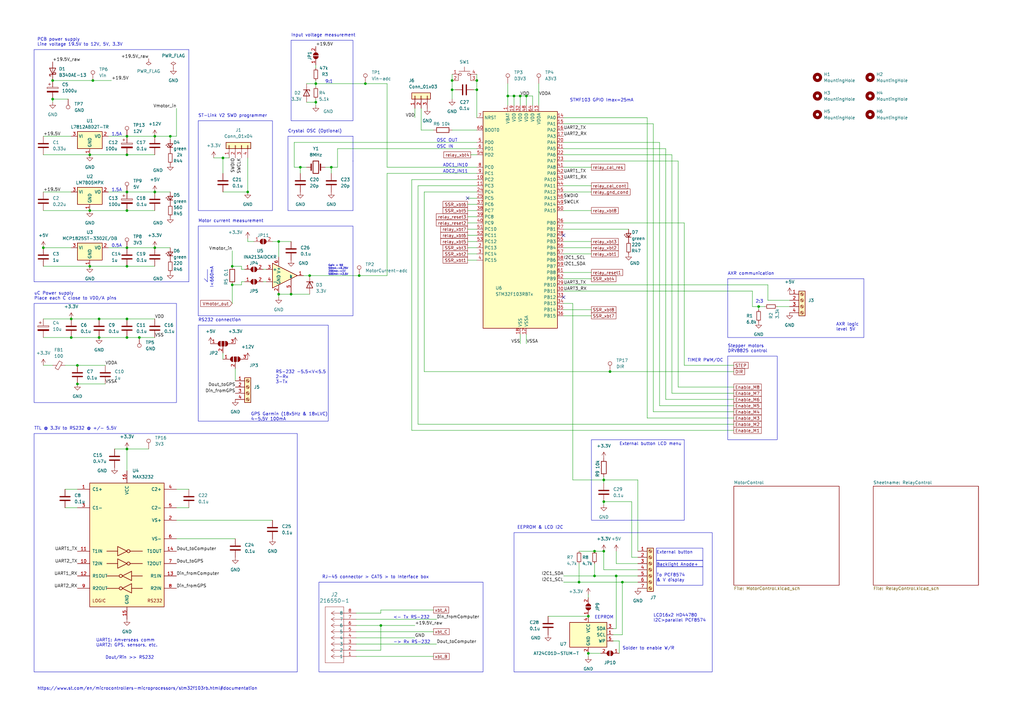
<source format=kicad_sch>
(kicad_sch (version 20230121) (generator eeschema)
  (paper "A3")
  (title_block (title "XBT Autolauncher 3.0") (rev "1") (company "NOAA/AOML") (comment 1 "Christian Saiz"))
  (junction (at 21.59 40.64))
  (junction (at 52.07 101.6))
  (junction (at 237.49 238.76))
  (junction (at 52.07 78.74))
  (junction (at 52.07 109.22))
  (junction (at 101.6 78.74))
  (junction (at 36.83 86.36))
  (junction (at 52.07 86.36))
  (junction (at 95.25 109.22))
  (junction (at 247.65 226.06))
  (junction (at 185.42 33.02))
  (junction (at 247.65 196.85))
  (junction (at 127 113.03))
  (junction (at 17.78 101.6))
  (junction (at 63.5 55.88))
  (junction (at 69.85 55.88))
  (junction (at 29.21 138.43))
  (junction (at 149.86 34.29))
  (junction (at 243.84 236.22))
  (junction (at 185.42 36.83))
  (junction (at 36.83 63.5))
  (junction (at 52.07 138.43))
  (junction (at 252.73 236.22))
  (junction (at 91.44 64.77))
  (junction (at 156.21 256.54))
  (junction (at 147.32 113.03))
  (junction (at 311.15 125.73))
  (junction (at 95.25 116.84))
  (junction (at 52.07 130.81))
  (junction (at 247.65 205.74))
  (junction (at 255.27 238.76))
  (junction (at 241.3 267.97))
  (junction (at 38.1 33.02))
  (junction (at 243.84 226.06))
  (junction (at 31.75 157.48))
  (junction (at 57.15 138.43))
  (junction (at 213.36 39.37))
  (junction (at 21.59 33.02))
  (junction (at 40.64 130.81))
  (junction (at 119.38 120.65))
  (junction (at 208.28 39.37))
  (junction (at 210.82 39.37))
  (junction (at 123.19 68.58))
  (junction (at 36.83 109.22))
  (junction (at 31.75 149.86))
  (junction (at 241.3 252.73))
  (junction (at 52.07 55.88))
  (junction (at 250.19 152.4))
  (junction (at 215.9 39.37))
  (junction (at 129.54 41.91))
  (junction (at 40.64 138.43))
  (junction (at 195.58 33.02))
  (junction (at 114.3 120.65))
  (junction (at 52.07 184.15))
  (junction (at 129.54 34.29))
  (junction (at 195.58 36.83))
  (junction (at 63.5 101.6))
  (junction (at 52.07 63.5))
  (junction (at 29.21 130.81))
  (junction (at 114.3 99.06))
  (junction (at 63.5 78.74))
  (junction (at 135.89 68.58))
  (no_connect (at 231.14 96.52))
  (no_connect (at 191.77 81.28))
  (no_connect (at 231.14 121.92))
  (wire (pts (xy 36.83 109.22) (xy 52.07 109.22)))
  (wire (pts (xy 242.57 101.6) (xy 231.14 101.6)))
  (polyline (pts (xy 138.43 55.88) (xy 118.11 55.88)))
  (wire (pts (xy 91.44 64.77) (xy 93.98 64.77)))
  (wire (pts (xy 234.95 196.85) (xy 247.65 196.85)))
  (wire (pts (xy 252.73 236.22) (xy 261.62 236.22)))
  (wire (pts (xy 170.18 256.54) (xy 156.21 256.54)))
  (wire (pts (xy 218.44 39.37) (xy 215.9 39.37)))
  (wire (pts (xy 146.05 259.08) (xy 177.8 259.08)))
  (wire (pts (xy 31.75 149.86) (xy 43.18 149.86)))
  (wire (pts (xy 99.06 116.84) (xy 95.25 116.84)))
  (wire (pts (xy 191.77 104.14) (xy 195.58 104.14)))
  (wire (pts (xy 171.45 173.99) (xy 300.99 173.99)))
  (polyline (pts (xy 138.43 55.88) (xy 144.78 55.88)))
  (wire (pts (xy 133.35 68.58) (xy 135.89 68.58)))
  (wire (pts (xy 220.98 34.29) (xy 220.98 43.18)))
  (wire (pts (xy 193.04 63.5) (xy 195.58 63.5)))
  (wire (pts (xy 247.65 195.58) (xy 247.65 196.85)))
  (wire (pts (xy 72.39 200.66) (xy 77.47 200.66)))
  (wire (pts (xy 195.58 53.34) (xy 185.42 53.34)))
  (wire (pts (xy 247.65 198.12) (xy 247.65 196.85)))
  (wire (pts (xy 91.44 64.77) (xy 91.44 71.12)))
  (wire (pts (xy 135.89 71.12) (xy 135.89 68.58)))
  (wire (pts (xy 213.36 39.37) (xy 210.82 39.37)))
  (wire (pts (xy 158.75 68.58) (xy 195.58 68.58)))
  (wire (pts (xy 146.05 256.54) (xy 156.21 256.54)))
  (wire (pts (xy 265.43 48.26) (xy 265.43 171.45)))
  (wire (pts (xy 242.57 68.58) (xy 231.14 68.58)))
  (wire (pts (xy 237.49 238.76) (xy 255.27 238.76)))
  (wire (pts (xy 123.19 71.12) (xy 123.19 68.58)))
  (wire (pts (xy 280.67 149.86) (xy 300.99 149.86)))
  (wire (pts (xy 177.8 53.34) (xy 172.72 53.34)))
  (wire (pts (xy 241.3 269.24) (xy 241.3 267.97)))
  (wire (pts (xy 215.9 39.37) (xy 213.36 39.37)))
  (wire (pts (xy 101.6 99.06) (xy 104.14 99.06)))
  (wire (pts (xy 231.14 236.22) (xy 243.84 236.22)))
  (wire (pts (xy 99.06 115.57) (xy 99.06 116.84)))
  (wire (pts (xy 158.75 34.29) (xy 158.75 68.58)))
  (wire (pts (xy 247.65 196.85) (xy 261.62 196.85)))
  (wire (pts (xy 91.44 78.74) (xy 101.6 78.74)))
  (wire (pts (xy 251.46 260.35) (xy 255.27 260.35)))
  (wire (pts (xy 173.99 152.4) (xy 250.19 152.4)))
  (wire (pts (xy 252.73 236.22) (xy 252.73 257.81)))
  (wire (pts (xy 72.39 213.36) (xy 111.76 213.36)))
  (wire (pts (xy 314.96 123.19) (xy 323.85 123.19)))
  (wire (pts (xy 242.57 114.3) (xy 231.14 114.3)))
  (wire (pts (xy 168.91 176.53) (xy 300.99 176.53)))
  (wire (pts (xy 52.07 78.74) (xy 63.5 78.74)))
  (wire (pts (xy 231.14 116.84) (xy 314.96 116.84)))
  (wire (pts (xy 168.91 73.66) (xy 168.91 176.53)))
  (wire (pts (xy 250.19 152.4) (xy 300.99 152.4)))
  (wire (pts (xy 21.59 33.02) (xy 38.1 33.02)))
  (wire (pts (xy 231.14 66.04) (xy 278.13 66.04)))
  (wire (pts (xy 311.15 125.73) (xy 313.69 125.73)))
  (wire (pts (xy 267.97 168.91) (xy 300.99 168.91)))
  (wire (pts (xy 270.51 58.42) (xy 270.51 166.37)))
  (wire (pts (xy 215.9 39.37) (xy 215.9 43.18)))
  (wire (pts (xy 52.07 55.88) (xy 63.5 55.88)))
  (wire (pts (xy 242.57 76.2) (xy 231.14 76.2)))
  (wire (pts (xy 156.21 251.46) (xy 146.05 251.46)))
  (wire (pts (xy 146.05 266.7) (xy 156.21 266.7)))
  (wire (pts (xy 265.43 171.45) (xy 300.99 171.45)))
  (wire (pts (xy 172.72 53.34) (xy 172.72 44.45)))
  (wire (pts (xy 218.44 43.18) (xy 218.44 39.37)))
  (wire (pts (xy 26.67 208.28) (xy 31.75 208.28)))
  (wire (pts (xy 231.14 124.46) (xy 234.95 124.46)))
  (wire (pts (xy 114.3 120.65) (xy 119.38 120.65)))
  (wire (pts (xy 52.07 184.15) (xy 60.96 184.15)))
  (wire (pts (xy 195.58 33.02) (xy 195.58 36.83)))
  (wire (pts (xy 26.67 149.86) (xy 31.75 149.86)))
  (wire (pts (xy 111.76 99.06) (xy 114.3 99.06)))
  (wire (pts (xy 270.51 166.37) (xy 300.99 166.37)))
  (wire (pts (xy 195.58 76.2) (xy 171.45 76.2)))
  (wire (pts (xy 17.78 149.86) (xy 21.59 149.86)))
  (wire (pts (xy 36.83 63.5) (xy 52.07 63.5)))
  (wire (pts (xy 267.97 50.8) (xy 267.97 168.91)))
  (wire (pts (xy 52.07 109.22) (xy 63.5 109.22)))
  (wire (pts (xy 52.07 130.81) (xy 63.5 130.81)))
  (wire (pts (xy 17.78 63.5) (xy 36.83 63.5)))
  (wire (pts (xy 17.78 78.74) (xy 29.21 78.74)))
  (wire (pts (xy 208.28 34.29) (xy 208.28 39.37)))
  (wire (pts (xy 17.78 86.36) (xy 36.83 86.36)))
  (wire (pts (xy 252.73 231.14) (xy 261.62 231.14)))
  (wire (pts (xy 125.73 34.29) (xy 129.54 34.29)))
  (wire (pts (xy 63.5 78.74) (xy 69.85 78.74)))
  (wire (pts (xy 278.13 158.75) (xy 300.99 158.75)))
  (wire (pts (xy 318.77 125.73) (xy 323.85 125.73)))
  (wire (pts (xy 170.18 44.45) (xy 170.18 48.26)))
  (wire (pts (xy 177.8 250.19) (xy 156.21 250.19)))
  (wire (pts (xy 125.73 41.91) (xy 129.54 41.91)))
  (wire (pts (xy 129.54 34.29) (xy 149.86 34.29)))
  (wire (pts (xy 242.57 111.76) (xy 231.14 111.76)))
  (wire (pts (xy 29.21 138.43) (xy 40.64 138.43)))
  (wire (pts (xy 40.64 138.43) (xy 52.07 138.43)))
  (wire (pts (xy 44.45 55.88) (xy 52.07 55.88)))
  (wire (pts (xy 129.54 33.02) (xy 129.54 34.29)))
  (wire (pts (xy 213.36 39.37) (xy 213.36 43.18)))
  (wire (pts (xy 191.77 101.6) (xy 195.58 101.6)))
  (wire (pts (xy 124.46 113.03) (xy 127 113.03)))
  (wire (pts (xy 17.78 109.22) (xy 36.83 109.22)))
  (polyline (pts (xy 85.09 110.49) (xy 85.09 115.57)))
  (wire (pts (xy 195.58 78.74) (xy 173.99 78.74)))
  (wire (pts (xy 237.49 231.14) (xy 237.49 238.76)))
  (wire (pts (xy 107.95 115.57) (xy 109.22 115.57)))
  (wire (pts (xy 185.42 30.48) (xy 185.42 33.02)))
  (wire (pts (xy 185.42 36.83) (xy 186.69 36.83)))
  (wire (pts (xy 69.85 55.88) (xy 72.39 55.88)))
  (wire (pts (xy 44.45 101.6) (xy 52.07 101.6)))
  (wire (pts (xy 158.75 71.12) (xy 158.75 113.03)))
  (wire (pts (xy 31.75 157.48) (xy 43.18 157.48)))
  (wire (pts (xy 69.85 57.15) (xy 69.85 55.88)))
  (wire (pts (xy 29.21 130.81) (xy 40.64 130.81)))
  (wire (pts (xy 242.57 78.74) (xy 231.14 78.74)))
  (wire (pts (xy 21.59 41.91) (xy 21.59 40.64)))
  (wire (pts (xy 252.73 257.81) (xy 251.46 257.81)))
  (wire (pts (xy 224.79 252.73) (xy 241.3 252.73)))
  (wire (pts (xy 241.3 245.11) (xy 241.3 243.84)))
  (polyline (pts (xy 83.82 114.3) (xy 85.09 115.57)))
  (wire (pts (xy 101.6 78.74) (xy 101.6 64.77)))
  (wire (pts (xy 91.44 144.78) (xy 91.44 147.32)))
  (polyline (pts (xy 118.11 55.88) (xy 118.11 86.36)))
  (wire (pts (xy 191.77 81.28) (xy 195.58 81.28)))
  (wire (pts (xy 36.83 86.36) (xy 52.07 86.36)))
  (wire (pts (xy 231.14 119.38) (xy 308.61 119.38)))
  (wire (pts (xy 146.05 264.16) (xy 179.07 264.16)))
  (wire (pts (xy 280.67 91.44) (xy 280.67 149.86)))
  (polyline (pts (xy 144.78 86.36) (xy 144.78 66.04)))
  (wire (pts (xy 273.05 163.83) (xy 300.99 163.83)))
  (wire (pts (xy 243.84 236.22) (xy 252.73 236.22)))
  (wire (pts (xy 173.99 78.74) (xy 173.99 152.4)))
  (wire (pts (xy 213.36 137.16) (xy 213.36 140.97)))
  (wire (pts (xy 208.28 39.37) (xy 210.82 39.37)))
  (wire (pts (xy 191.77 91.44) (xy 195.58 91.44)))
  (wire (pts (xy 129.54 26.67) (xy 129.54 27.94)))
  (wire (pts (xy 243.84 231.14) (xy 243.84 236.22)))
  (wire (pts (xy 231.14 60.96) (xy 273.05 60.96)))
  (wire (pts (xy 156.21 266.7) (xy 156.21 256.54)))
  (wire (pts (xy 119.38 120.65) (xy 127 120.65)))
  (wire (pts (xy 123.19 68.58) (xy 125.73 68.58)))
  (wire (pts (xy 241.3 267.97) (xy 246.38 267.97)))
  (wire (pts (xy 72.39 44.45) (xy 72.39 55.88)))
  (wire (pts (xy 99.06 110.49) (xy 99.06 109.22)))
  (wire (pts (xy 21.59 40.64) (xy 27.94 40.64)))
  (wire (pts (xy 231.14 50.8) (xy 267.97 50.8)))
  (wire (pts (xy 275.59 63.5) (xy 275.59 161.29)))
  (wire (pts (xy 311.15 125.73) (xy 311.15 127)))
  (wire (pts (xy 254 262.89) (xy 254 267.97)))
  (wire (pts (xy 72.39 220.98) (xy 96.52 220.98)))
  (wire (pts (xy 95.25 102.87) (xy 95.25 109.22)))
  (wire (pts (xy 242.57 127) (xy 231.14 127)))
  (wire (pts (xy 278.13 66.04) (xy 278.13 158.75)))
  (wire (pts (xy 255.27 238.76) (xy 255.27 260.35)))
  (wire (pts (xy 44.45 78.74) (xy 52.07 78.74)))
  (wire (pts (xy 247.65 207.01) (xy 247.65 205.74)))
  (wire (pts (xy 261.62 233.68) (xy 247.65 233.68)))
  (wire (pts (xy 52.07 86.36) (xy 63.5 86.36)))
  (wire (pts (xy 243.84 226.06) (xy 247.65 226.06)))
  (wire (pts (xy 120.65 58.42) (xy 195.58 58.42)))
  (wire (pts (xy 191.77 96.52) (xy 195.58 96.52)))
  (wire (pts (xy 114.3 99.06) (xy 119.38 99.06)))
  (wire (pts (xy 57.15 138.43) (xy 63.5 138.43)))
  (wire (pts (xy 185.42 36.83) (xy 185.42 40.64)))
  (wire (pts (xy 40.64 130.81) (xy 52.07 130.81)))
  (wire (pts (xy 99.06 115.57) (xy 100.33 115.57)))
  (wire (pts (xy 52.07 101.6) (xy 63.5 101.6)))
  (polyline (pts (xy 144.78 66.04) (xy 144.78 66.04)))
  (wire (pts (xy 261.62 228.6) (xy 259.08 228.6)))
  (wire (pts (xy 114.3 99.06) (xy 114.3 105.41)))
  (wire (pts (xy 259.08 205.74) (xy 247.65 205.74)))
  (wire (pts (xy 195.58 36.83) (xy 195.58 48.26)))
  (wire (pts (xy 17.78 101.6) (xy 29.21 101.6)))
  (wire (pts (xy 308.61 119.38) (xy 308.61 125.73)))
  (wire (pts (xy 129.54 41.91) (xy 129.54 40.64)))
  (wire (pts (xy 195.58 30.48) (xy 195.58 33.02)))
  (wire (pts (xy 107.95 110.49) (xy 109.22 110.49)))
  (wire (pts (xy 231.14 238.76) (xy 237.49 238.76)))
  (wire (pts (xy 242.57 129.54) (xy 231.14 129.54)))
  (wire (pts (xy 99.06 110.49) (xy 100.33 110.49)))
  (wire (pts (xy 215.9 137.16) (xy 215.9 140.97)))
  (wire (pts (xy 63.5 55.88) (xy 69.85 55.88)))
  (wire (pts (xy 237.49 226.06) (xy 243.84 226.06)))
  (wire (pts (xy 234.95 124.46) (xy 234.95 196.85)))
  (wire (pts (xy 52.07 63.5) (xy 63.5 63.5)))
  (wire (pts (xy 114.3 121.92) (xy 114.3 120.65)))
  (wire (pts (xy 96.52 151.13) (xy 96.52 156.21)))
  (wire (pts (xy 242.57 99.06) (xy 231.14 99.06)))
  (wire (pts (xy 87.63 64.77) (xy 91.44 64.77)))
  (wire (pts (xy 273.05 60.96) (xy 273.05 163.83)))
  (wire (pts (xy 146.05 269.24) (xy 177.8 269.24)))
  (polyline (pts (xy 118.11 86.36) (xy 144.78 86.36)))
  (wire (pts (xy 242.57 86.36) (xy 231.14 86.36)))
  (wire (pts (xy 185.42 33.02) (xy 185.42 36.83)))
  (wire (pts (xy 138.43 60.96) (xy 138.43 68.58)))
  (wire (pts (xy 52.07 184.15) (xy 52.07 193.04)))
  (wire (pts (xy 146.05 254) (xy 179.07 254)))
  (wire (pts (xy 210.82 39.37) (xy 210.82 43.18)))
  (wire (pts (xy 17.78 138.43) (xy 29.21 138.43)))
  (wire (pts (xy 17.78 130.81) (xy 29.21 130.81)))
  (wire (pts (xy 138.43 60.96) (xy 195.58 60.96)))
  (wire (pts (xy 208.28 43.18) (xy 208.28 39.37)))
  (wire (pts (xy 195.58 73.66) (xy 168.91 73.66)))
  (wire (pts (xy 129.54 43.18) (xy 129.54 41.91)))
  (wire (pts (xy 120.65 58.42) (xy 120.65 68.58)))
  (wire (pts (xy 231.14 91.44) (xy 280.67 91.44)))
  (wire (pts (xy 191.77 99.06) (xy 195.58 99.06)))
  (polyline (pts (xy 144.78 66.04) (xy 144.78 55.88)))
  (wire (pts (xy 259.08 205.74) (xy 259.08 228.6)))
  (wire (pts (xy 171.45 76.2) (xy 171.45 173.99)))
  (wire (pts (xy 158.75 113.03) (xy 147.32 113.03)))
  (wire (pts (xy 95.25 116.84) (xy 95.25 124.46)))
  (wire (pts (xy 17.78 55.88) (xy 29.21 55.88)))
  (wire (pts (xy 231.14 63.5) (xy 275.59 63.5)))
  (wire (pts (xy 242.57 104.14) (xy 231.14 104.14)))
  (wire (pts (xy 123.19 68.58) (xy 120.65 68.58)))
  (wire (pts (xy 191.77 88.9) (xy 195.58 88.9)))
  (wire (pts (xy 46.99 184.15) (xy 52.07 184.15)))
  (wire (pts (xy 156.21 251.46) (xy 156.21 250.19)))
  (wire (pts (xy 191.77 93.98) (xy 195.58 93.98)))
  (wire (pts (xy 231.14 48.26) (xy 265.43 48.26)))
  (wire (pts (xy 52.07 138.43) (xy 57.15 138.43)))
  (wire (pts (xy 101.6 97.79) (xy 101.6 99.06)))
  (wire (pts (xy 72.39 208.28) (xy 77.47 208.28)))
  (wire (pts (xy 255.27 238.76) (xy 261.62 238.76)))
  (wire (pts (xy 194.31 36.83) (xy 195.58 36.83)))
  (wire (pts (xy 63.5 101.6) (xy 69.85 101.6)))
  (wire (pts (xy 195.58 71.12) (xy 158.75 71.12)))
  (wire (pts (xy 231.14 58.42) (xy 270.51 58.42)))
  (wire (pts (xy 191.77 83.82) (xy 195.58 83.82)))
  (wire (pts (xy 308.61 125.73) (xy 311.15 125.73)))
  (wire (pts (xy 26.67 200.66) (xy 31.75 200.66)))
  (wire (pts (xy 149.86 34.29) (xy 158.75 34.29)))
  (wire (pts (xy 191.77 86.36) (xy 195.58 86.36)))
  (wire (pts (xy 275.59 161.29) (xy 300.99 161.29)))
  (wire (pts (xy 99.06 109.22) (xy 95.25 109.22)))
  (wire (pts (xy 147.32 113.03) (xy 127 113.03)))
  (wire (pts (xy 129.54 34.29) (xy 129.54 35.56)))
  (wire (pts (xy 38.1 33.02) (xy 45.72 33.02)))
  (wire (pts (xy 146.05 261.62) (xy 170.18 261.62)))
  (wire (pts (xy 314.96 116.84) (xy 314.96 123.19)))
  (wire (pts (xy 135.89 68.58) (xy 138.43 68.58)))
  (wire (pts (xy 251.46 262.89) (xy 254 262.89)))
  (wire (pts (xy 261.62 196.85) (xy 261.62 226.06)))
  (wire (pts (xy 247.65 233.68) (xy 247.65 226.06)))
  (wire (pts (xy 191.77 106.68) (xy 195.58 106.68)))
  (wire (pts (xy 231.14 93.98) (xy 257.81 93.98)))
  (wire (pts (xy 252.73 226.06) (xy 252.73 231.14)))
  (rectangle (start 130.81 238.76) (end 198.12 275.59))
  (rectangle (start 298.45 146.05) (end 318.77 180.34))
  (rectangle (start 81.28 49.53) (end 111.76 86.36))
  (rectangle (start 81.28 133.35) (end 134.62 172.72))
  (rectangle (start 13.97 20.32) (end 77.47 115.57))
  (rectangle (start 242.57 180.34) (end 280.67 213.36))
  (rectangle (start 298.45 114.3) (end 354.33 138.43))
  (rectangle (start 210.82 218.44) (end 292.1 275.59))
  (rectangle (start 119.38 16.51) (end 144.78 49.53))
  (rectangle (start 81.28 92.71) (end 144.78 129.54))
  (rectangle (start 269.24 224.79) (end 288.29 229.87))
  (rectangle (start 13.97 124.46) (end 72.39 165.1))
  (rectangle (start 269.24 232.41) (end 288.29 240.03))
  (rectangle (start 269.24 229.87) (end 288.29 232.41))
  (rectangle (start 13.97 177.8) (end 121.92 275.59))
  (text "2:3" (at 309.88 124.46 0) (effects (font (size 1.27 1.27)) (justify left bottom)))
  (text "Crystal OSC (Optional)" (at 118.11 54.61 0) (effects (font (size 1.27 1.27)) (justify left bottom)))
  (text "<- Tx RS-232" (at 161.29 254 0) (effects (font (size 1.27 1.27)) (justify left bottom)))
  (text "1.5A" (at 45.72 55.88 0) (effects (font (size 1.27 1.27)) (justify left bottom)))
  (text "1.5A" (at 45.72 78.74 0) (effects (font (size 1.27 1.27)) (justify left bottom)))
  (text "UART1: Amverseas comm\nUART2: GPS, sensors, etc." (at 39.37 265.43 0) (effects (font (size 1.27 1.27)) (justify left bottom)))
  (text "I<660mA" (at 87.63 118.11 90) (effects (font (size 1.27 1.27)) (justify left bottom)))
  (text "Input voltage measurement\n" (at 119.38 15.24 0) (effects (font (size 1.27 1.27)) (justify left bottom)))
  (text "EEPROM" (at 243.84 254 0) (effects (font (size 1.27 1.27)) (justify left bottom)))
  (text "Backlight Anode+" (at 269.24 232.41 0) (effects (font (size 1.27 1.27)) (justify left bottom)))
  (text "AXR logic \nlevel 5V" (at 342.9 135.89 0) (effects (font (size 1.27 1.27)) (justify left bottom)))
  (text "OSC IN" (at 179.07 60.96 0) (effects (font (size 1.27 1.27)) (justify left bottom)))
  (text "RJ-45 connector > CAT5 > to Interface box" (at 132.08 237.49 0) (effects (font (size 1.27 1.27)) (justify left bottom)))
  (text "uC Power supply\nPlace each C close to VDD/A pins" (at 13.97 123.19 0) (effects (font (size 1.27 1.27)) (justify left bottom)))
  (text "PCB power supply \nLine voltage 19.5V to 12V, 5V, 3.3V" (at 15.24 19.05 0) (effects (font (size 1.27 1.27)) (justify left bottom)))
  (text "Motor current measurement" (at 81.28 91.44 0) (effects (font (size 1.27 1.27)) (justify left bottom)))
  (text "External button LCD menu" (at 254 182.88 0) (effects (font (size 1.27 1.27)) (justify left bottom)))
  (text "9:1 \n" (at 133.35 34.29 0) (effects (font (size 1.27 1.27)) (justify left bottom)))
  (text "RS232 connection" (at 81.28 132.08 0) (effects (font (size 1.27 1.27)) (justify left bottom)))
  (text "RS-232 -5.5<V<5.5\n2-Rx\n3-Tx" (at 113.03 157.48 0) (effects (font (size 1.27 1.27)) (justify left bottom)))
  (text "TTL @ 3.3V to RS232 @ +/- 5.5V" (at 13.97 176.53 0) (effects (font (size 1.27 1.27)) (justify left bottom)))
  (text "External button" (at 269.24 227.33 0) (effects (font (size 1.27 1.27)) (justify left bottom)))
  (text "0.5A" (at 45.72 101.6 0) (effects (font (size 1.27 1.27)) (justify left bottom)))
  (text "AXR communication" (at 298.45 113.03 0) (effects (font (size 1.27 1.27)) (justify left bottom)))
  (text "-> Rx RS-232" (at 161.29 264.16 0) (effects (font (size 1.27 1.27)) (justify left bottom)))
  (text "GPS Garmin (18x5Hz & 18xLVC)\n4-5.5V 100mA" (at 102.87 172.72 0) (effects (font (size 1.27 1.27)) (justify left bottom)))
  (text "ADC2_IN11" (at 181.61 71.12 0) (effects (font (size 1.27 1.27)) (justify left bottom)))
  (text "TIMER PWM/OC" (at 281.94 148.59 0) (effects (font (size 1.27 1.27)) (justify left bottom)))
  (text "https://www.st.com/en/microcontrollers-microprocessors/stm32f103rb.html#documentation" (at 15.24 283.21 0) (effects (font (size 1.27 1.27)) (justify left bottom)))
  (text "OSC OUT" (at 179.07 58.42 0) (effects (font (size 1.27 1.27)) (justify left bottom)))
  (text "Solder to enable W/R" (at 255.27 266.7 0) (effects (font (size 1.27 1.27)) (justify left bottom)))
  (text "To PCF8574 \n& V display " (at 269.24 238.76 0) (effects (font (size 1.27 1.27)) (justify left bottom)))
  (text "EEPROM & LCD I2C" (at 212.09 217.17 0) (effects (font (size 1.27 1.27)) (justify left bottom)))
  (text "Stepper motors\nDRV8825 control" (at 298.45 144.78 0) (effects (font (size 1.27 1.27)) (justify left bottom)))
  (text "Dout/Rin >> RS232" (at 43.18 270.51 0) (effects (font (size 1.27 1.27)) (justify left bottom)))
  (text "LCD16x2 HD44780\nI2C>parallel PCF8574\n" (at 267.97 255.27 0) (effects (font (size 1.27 1.27)) (justify left bottom)))
  (text "STMF103 GPIO Imax=25mA" (at 233.68 41.91 0) (effects (font (size 1.27 1.27)) (justify left bottom)))
  (text "Gain = 50\n50mA->0.25V\n200mA->1V\n500mA->2.5V " (at 134.62 113.03 0) (effects (font (size 0.75 0.75)) (justify left bottom)))
  (text "ADC1_IN10" (at 181.61 68.58 0) (effects (font (size 1.27 1.27)) (justify left bottom)))
  (text "ST-Link V2 SWD programmer" (at 81.28 48.26 0) (effects (font (size 1.27 1.27)) (justify left bottom)))
  (label "Dout_toGPS" (at 96.52 158.75 180))
  (label "UART2_TX" (at 231.14 53.34 0))
  (label "VSS" (at 63.5 138.43 0))
  (label "SWDIO" (at 96.52 64.77 270))
  (label "Din_fromGPS" (at 72.39 241.3 0))
  (label "Din_fromComputer" (at 72.39 236.22 0))
  (label "Vmotor_in" (at 72.39 44.45 180))
  (label "VDD" (at 213.36 39.37 0))
  (label "+19.5V_raw" (at 60.96 24.13 180))
  (label "UART1_RX" (at 231.14 73.66 0))
  (label "Din_fromComputer" (at 179.07 254 0))
  (label "SWDIO" (at 231.14 81.28 0))
  (label "UART1_TX" (at 31.75 226.06 180))
  (label "UART2_RX" (at 231.14 55.88 0))
  (label "+19.5V" (at 129.54 19.05 0))
  (label "Dout_toComputer" (at 72.39 226.06 0))
  (label "VSS" (at 213.36 140.97 180))
  (label "UART3_TX" (at 231.14 116.84 0))
  (label "Vmotor_in" (at 95.25 102.87 180))
  (label "Dout_toGPS" (at 72.39 231.14 0))
  (label "SWCLK" (at 231.14 83.82 0))
  (label "VDD" (at 63.5 130.81 0))
  (label "I2C1_SCL" (at 231.14 238.76 180))
  (label "UART2_RX" (at 31.75 241.3 180))
  (label "+19.5V" (at 17.78 55.88 0))
  (label "+19.5V" (at 45.72 33.02 0))
  (label "Dout_toComputer" (at 179.07 264.16 0))
  (label "I2C1_SDA" (at 231.14 109.22 0))
  (label "UART1_RX" (at 31.75 236.22 180))
  (label "VDD" (at 170.18 48.26 180))
  (label "UART3_RX" (at 231.14 119.38 0))
  (label "Din_fromGPS" (at 96.52 161.29 180))
  (label "I2C1_SDA" (at 231.14 236.22 180))
  (label "SWCLK" (at 99.06 64.77 270))
  (label "UART1_TX" (at 231.14 71.12 0))
  (label "VSSA" (at 43.18 157.48 0))
  (label "+19.5V_raw" (at 21.59 25.4 0))
  (label "I2C1_SCL" (at 231.14 106.68 0))
  (label "UART2_TX" (at 31.75 231.14 180))
  (label "VDDA" (at 220.98 39.37 0))
  (label "GND" (at 170.18 261.62 0))
  (label "+19.5V" (at 17.78 78.74 0))
  (label "+19.5V_raw" (at 170.18 256.54 0))
  (label "VSSA" (at 215.9 140.97 0))
  (label "VDDA" (at 43.18 149.86 0))
  (global_label "relay_xbt7" (shape passive) (at 191.77 93.98 180) (property "Intersheetrefs" "${INTERSHEET_REFS}" (effects hide)))
  (global_label "relay_xbt1" (shape passive) (at 242.57 104.14 0) (property "Intersheetrefs" "${INTERSHEET_REFS}" (effects hide)))
  (global_label "Enable_M8" (shape passive) (at 300.99 158.75 0) (property "Intersheetrefs" "${INTERSHEET_REFS}" (effects hide)))
  (global_label "SSR_xbt5" (shape passive) (at 191.77 86.36 180) (property "Intersheetrefs" "${INTERSHEET_REFS}" (effects hide)))
  (global_label "SSR_xbt1" (shape passive) (at 191.77 106.68 180) (property "Intersheetrefs" "${INTERSHEET_REFS}" (effects hide)))
  (global_label "relay_xbt3" (shape passive) (at 242.57 99.06 0) (property "Intersheetrefs" "${INTERSHEET_REFS}" (effects hide)))
  (global_label "Enable_M2" (shape passive) (at 300.99 173.99 0) (property "Intersheetrefs" "${INTERSHEET_REFS}" (effects hide)))
  (global_label "SSR_xbt4" (shape passive) (at 242.57 114.3 0) (property "Intersheetrefs" "${INTERSHEET_REFS}" (effects hide)))
  (global_label "relay_xbt5" (shape passive) (at 191.77 99.06 180) (property "Intersheetrefs" "${INTERSHEET_REFS}" (effects hide)))
  (global_label "Enable_M4" (shape passive) (at 300.99 168.91 0) (property "Intersheetrefs" "${INTERSHEET_REFS}" (effects hide)))
  (global_label "DIR" (shape passive) (at 300.99 152.4 0) (property "Intersheetrefs" "${INTERSHEET_REFS}" (effects hide)))
  (global_label "Vmotor_out" (shape input) (at 95.25 124.46 180) (property "Intersheetrefs" "${INTERSHEET_REFS}" (effects hide)))
  (global_label "relay_reset1" (shape passive) (at 242.57 111.76 0) (property "Intersheetrefs" "${INTERSHEET_REFS}" (effects hide)))
  (global_label "relay_xbt2" (shape passive) (at 242.57 101.6 0) (property "Intersheetrefs" "${INTERSHEET_REFS}" (effects hide)))
  (global_label "Enable_M7" (shape passive) (at 300.99 161.29 0) (property "Intersheetrefs" "${INTERSHEET_REFS}" (effects hide)))
  (global_label "xbt_A" (shape passive) (at 177.8 250.19 0) (property "Intersheetrefs" "${INTERSHEET_REFS}" (effects hide)))
  (global_label "relay_cal_cont" (shape passive) (at 242.57 76.2 0) (property "Intersheetrefs" "${INTERSHEET_REFS}" (effects hide)))
  (global_label "SSR_xbt3" (shape passive) (at 191.77 101.6 180) (property "Intersheetrefs" "${INTERSHEET_REFS}" (effects hide)))
  (global_label "relay_xbt6" (shape passive) (at 191.77 96.52 180) (property "Intersheetrefs" "${INTERSHEET_REFS}" (effects hide)))
  (global_label "STEP" (shape passive) (at 300.99 149.86 0) (property "Intersheetrefs" "${INTERSHEET_REFS}" (effects hide)))
  (global_label "relay_xbt4" (shape passive) (at 193.04 63.5 180) (property "Intersheetrefs" "${INTERSHEET_REFS}" (effects hide)))
  (global_label "SSR_xbt6" (shape passive) (at 191.77 83.82 180) (property "Intersheetrefs" "${INTERSHEET_REFS}" (effects hide)))
  (global_label "xbt_C" (shape passive) (at 177.8 259.08 0) (property "Intersheetrefs" "${INTERSHEET_REFS}" (effects hide)))
  (global_label "Enable_M3" (shape passive) (at 300.99 171.45 0) (property "Intersheetrefs" "${INTERSHEET_REFS}" (effects hide)))
  (global_label "Enable_M6" (shape passive) (at 300.99 163.83 0) (property "Intersheetrefs" "${INTERSHEET_REFS}" (effects hide)))
  (global_label "xbt_B" (shape passive) (at 177.8 269.24 0) (property "Intersheetrefs" "${INTERSHEET_REFS}" (effects hide)))
  (global_label "Enable_M1" (shape passive) (at 300.99 176.53 0) (property "Intersheetrefs" "${INTERSHEET_REFS}" (effects hide)))
  (global_label "SSR_xbt7" (shape passive) (at 242.57 129.54 0) (property "Intersheetrefs" "${INTERSHEET_REFS}" (effects hide)))
  (global_label "relay_cal_res" (shape passive) (at 242.57 68.58 0) (property "Intersheetrefs" "${INTERSHEET_REFS}" (effects hide)))
  (global_label "relay_gnd_cond" (shape passive) (at 242.57 78.74 0) (property "Intersheetrefs" "${INTERSHEET_REFS}" (effects hide)))
  (global_label "SSR_xbt8" (shape passive) (at 242.57 127 0) (property "Intersheetrefs" "${INTERSHEET_REFS}" (effects hide)))
  (global_label "relay_xbt8" (shape passive) (at 242.57 86.36 0) (property "Intersheetrefs" "${INTERSHEET_REFS}" (effects hide)))
  (global_label "Enable_M5" (shape passive) (at 300.99 166.37 0) (property "Intersheetrefs" "${INTERSHEET_REFS}" (effects hide)))
  (global_label "relay_reset2" (shape passive) (at 191.77 91.44 180) (property "Intersheetrefs" "${INTERSHEET_REFS}" (effects hide)))
  (global_label "relay_reset3" (shape passive) (at 191.77 88.9 180) (property "Intersheetrefs" "${INTERSHEET_REFS}" (effects hide)))
  (global_label "SSR_xbt2" (shape passive) (at 191.77 104.14 180) (property "Intersheetrefs" "${INTERSHEET_REFS}" (effects hide)))
  (symbol (lib_id "Device:LED_Small") (at 69.85 81.28 90) (unit 1)
    (property "Reference" "D5" (at 71.12 80.01 90) (effects (justify right)))
    (property "Value" "green" (at 71.12 82.55 90) (effects (justify right)))
    (property "Footprint" "LED_green_0603:LED_B1911PG--20D000514U1930_HVK" (effects hide))
    (property "Datasheet" "https://mm.digikey.com/Volume0/opasdata/d220001/medias/docus/3777/B1911PG--20D000514U1930.pdf" (effects hide))
    (property "Digikey" "https://www.digikey.com/en/products/detail/harvatek-corporation/B1911PG-20D000514U1930/15519992" (effects hide))
  )
  (symbol (lib_id "power:GND") (at 40.64 138.43 0) (unit 1)
    (property "Reference" "#PWR09" (effects hide))
    (property "Value" "GND" (at 40.64 143.51 0))
  )
  (symbol (lib_id "Device:C") (at 26.67 204.47 0) (unit 1)
    (property "Reference" "C8" (at 30.48 203.2 0) (effects (justify left)))
    (property "Value" "0.1u" (at 30.48 205.74 0) (effects (justify left)))
    (property "Footprint" "Capacitor_01uF-0805:CAP_CL21_SAM" (effects hide))
    (property "Datasheet" "https://mm.digikey.com/Volume0/opasdata/d220001/medias/docus/609/CL21B104KBCNNN_Spec.pdf" (effects hide))
    (property "Digikey" "https://www.digikey.com/en/products/detail/samsung-electro-mechanics/CL21B104KBCNNNC/3886661" (effects hide))
  )
  (symbol (lib_id "Device:C") (at 77.47 204.47 0) (unit 1)
    (property "Reference" "C22" (at 81.28 203.2 0) (effects (justify left)))
    (property "Value" "0.1u" (at 81.28 205.74 0) (effects (justify left)))
    (property "Footprint" "Capacitor_01uF-0805:CAP_CL21_SAM" (effects hide))
    (property "Datasheet" "https://mm.digikey.com/Volume0/opasdata/d220001/medias/docus/609/CL21B104KBCNNN_Spec.pdf" (effects hide))
    (property "Digikey" "https://www.digikey.com/en/products/detail/samsung-electro-mechanics/CL21B104KBCNNNC/3886661" (effects hide))
  )
  (symbol (lib_id "Mechanical:MountingHole") (at 356.87 46.99 0) (unit 1)
    (property "Reference" "H6" (at 359.41 45.72 0) (effects (justify left)))
    (property "Value" "MountingHole" (at 359.41 48.26 0) (effects (justify left)))
    (property "Footprint" "MountingHole:MountingHole_2.5mm_Pad" (effects hide))
  )
  (symbol (lib_id "power:+5V") (at 252.73 226.06 0) (unit 1)
    (property "Reference" "#PWR044" (effects hide))
    (property "Value" "+5V" (at 252.73 220.98 0))
  )
  (symbol (lib_id "Connector:TestPoint") (at 208.28 34.29 0) (unit 1)
    (property "Reference" "TP3" (at 210.82 29.718 0) (effects (justify left)))
    (property "Value" "D3V3" (at 210.82 32.258 0) (effects (justify left)))
    (property "Footprint" "TestPoint:TestPoint_Pad_1.0x1.0mm" (effects hide))
  )
  (symbol (lib_id "Connector:TestPoint") (at 38.1 33.02 0) (unit 1)
    (property "Reference" "TP6" (at 40.64 28.448 0) (effects (justify left)))
    (property "Value" "Vin" (at 40.64 30.988 0) (effects (justify left)))
    (property "Footprint" "TestPoint:TestPoint_Pad_1.0x1.0mm" (effects hide))
  )
  (symbol (lib_id "Device:R_Small") (at 311.15 129.54 0) (unit 1)
    (property "Reference" "R1" (at 306.07 129.54 0) (effects (justify left)))
    (property "Value" "6.8k" (at 306.07 132.08 0) (effects (justify left)))
    (property "Footprint" "Resistor_0805:RC0805N_YAG" (effects hide))
    (property "Datasheet" "https://www.yageo.com/upload/media/product/app/datasheet/rchip/pyu-rt_1-to-0.01_rohs_l.pdf" (effects hide))
    (property "Digikey" "https://www.digikey.com/en/products/detail/yageo/RT0805FRE076K8L/1079385" (effects hide))
  )
  (symbol (lib_id "power:GND") (at 135.89 78.74 0) (unit 1)
    (property "Reference" "#PWR020" (effects hide))
    (property "Value" "GND" (at 135.89 83.82 0))
  )
  (symbol (lib_id "power:GND") (at 224.79 260.35 0) (unit 1)
    (property "Reference" "#PWR038" (effects hide))
    (property "Value" "GND" (at 219.71 261.62 0))
  )
  (symbol (lib_id "power:+12V") (at 101.6 147.32 0) (unit 1)
    (property "Reference" "#PWR032" (effects hide))
    (property "Value" "+12V" (at 101.6 142.24 0))
  )
  (symbol (lib_id "Device:C") (at 43.18 153.67 0) (unit 1)
    (property "Reference" "C10" (at 46.99 152.4 0) (effects (justify left)))
    (property "Value" "1u" (at 46.99 154.94 0) (effects (justify left)))
    (property "Footprint" "Capacitor_1uF-ceramic:CAP_CL21_SAM" (effects hide))
    (property "Datasheet" "https://mm.digikey.com/Volume0/opasdata/d220001/medias/docus/609/CL21B105KBFNNNE_Spec.pdf" (effects hide))
    (property "Digikey" "https://www.digikey.com/en/products/detail/samsung-electro-mechanics/CL21B105KBFNNNE/3886687" (effects hide))
  )
  (symbol (lib_id "Jumper:SolderJumper_3_Open") (at 96.52 147.32 0) (unit 1)
    (property "Reference" "JP3" (at 104.14 149.86 0))
    (property "Value" "SolderJumper_3_Open" (effects hide))
    (property "Footprint" "Jumper:SolderJumper-3_P1.3mm_Open_RoundedPad1.0x1.5mm" (effects hide))
  )
  (symbol (lib_id "Device:C") (at 63.5 105.41 0) (unit 1)
    (property "Reference" "C19" (at 55.88 104.14 0) (effects (justify left)))
    (property "Value" "0.1u" (at 55.88 106.68 0) (effects (justify left)))
    (property "Footprint" "Capacitor_01uF-0805:CAP_CL21_SAM" (effects hide))
    (property "Datasheet" "https://mm.digikey.com/Volume0/opasdata/d220001/medias/docus/609/CL21B104KBCNNN_Spec.pdf" (effects hide))
    (property "Digikey" "https://www.digikey.com/en/products/detail/samsung-electro-mechanics/CL21B104KBCNNNC/3886661" (effects hide))
  )
  (symbol (lib_id "power:+12V") (at 63.5 55.88 0) (unit 1)
    (property "Reference" "#PWR014" (effects hide))
    (property "Value" "+12V" (at 63.5 50.8 0))
  )
  (symbol (lib_id "Jumper:SolderJumper_2_Open") (at 104.14 115.57 0) (unit 1)
    (property "Reference" "JP5" (at 104.14 119.38 0))
    (property "Value" "SolderJumper_2_Open" (effects hide))
    (property "Footprint" "Jumper:SolderJumper-2_P1.3mm_Open_RoundedPad1.0x1.5mm" (effects hide))
  )
  (symbol (lib_id "Device:C") (at 52.07 134.62 0) (unit 1)
    (property "Reference" "C11" (at 55.88 133.35 0) (effects (justify left)))
    (property "Value" "0.1u" (at 55.88 135.89 0) (effects (justify left)))
    (property "Footprint" "Capacitor_01uF-0805:CAP_CL21_SAM" (effects hide))
    (property "Datasheet" "https://mm.digikey.com/Volume0/opasdata/d220001/medias/docus/609/CL21B104KBCNNN_Spec.pdf" (effects hide))
    (property "Digikey" "https://www.digikey.com/en/products/detail/samsung-electro-mechanics/CL21B104KBCNNNC/3886661" (effects hide))
  )
  (symbol (lib_id "power:GND") (at 175.26 44.45 0) (unit 1)
    (property "Reference" "#PWR033" (effects hide))
    (property "Value" "GND" (at 175.26 49.53 0))
  )
  (symbol (lib_id "Device:R_Small") (at 69.85 109.22 180) (unit 1)
    (property "Reference" "R46" (at 74.93 110.49 0) (effects (justify left)))
    (property "Value" "220" (at 74.93 107.95 0) (effects (justify left)))
    (property "Footprint" "Resistor_0805:RC0805N_YAG" (effects hide))
  )
  (symbol (lib_id "Device:R_Small") (at 316.23 125.73 90) (unit 1)
    (property "Reference" "R2" (at 316.23 130.81 0) (effects (justify left)))
    (property "Value" "3.3k" (at 318.77 130.81 0) (effects (justify left)))
    (property "Footprint" "Resistor_0805:RC0805N_YAG" (effects hide))
    (property "Datasheet" "https://www.yageo.com/upload/media/product/app/datasheet/rchip/pyu-rt_1-to-0.01_rohs_l.pdf" (effects hide))
    (property "Digikey" "https://www.digikey.com/en/products/detail/yageo/RT0805FRE073K3L/1079226" (effects hide))
  )
  (symbol (lib_id "Interface_UART:MAX3232") (at 52.07 223.52 0) (unit 1)
    (property "Reference" "U4" (at 54.2641 193.04 0) (effects (justify left)))
    (property "Value" "MAX3232" (at 54.2641 195.58 0) (effects (justify left)))
    (property "Footprint" "Package_SO:TSSOP-16_4.4x5mm_P0.65mm" (effects hide))
    (property "Datasheet" "https://datasheets.maximintegrated.com/en/ds/MAX3222-MAX3241.pdf" (effects hide))
    (property "Digikey" "https://www.digikey.com/en/products/detail/texas-instruments/MAX3232EIPWR/968150?s=N4IgTCBcDa4JwDYC0BGOAWAzMlSByAIiALoC%2BQA" (effects hide))
  )
  (symbol (lib_id "Device:Crystal") (at 129.54 68.58 0) (unit 1)
    (property "Reference" "Y1" (at 129.54 60.96 0))
    (property "Value" "8MHz" (at 129.54 63.5 0))
    (property "Footprint" "Crystal_8MHZ_smt:XTAL_ABLS-8.000MHz-20-B-3-H-T" (effects hide))
    (property "Datasheet" "https://abracon.com/Resonators/ABLS.pdf" (effects hide))
    (property "Digikey" "https://www.digikey.com/en/products/detail/abracon-llc/ABLS-8-000MHZ-20-B-3-H-T/9997852" (effects hide))
  )
  (symbol (lib_id "Jumper:SolderJumper_2_Open") (at 250.19 267.97 180) (unit 1)
    (property "Reference" "JP10" (at 250.19 271.78 0))
    (property "Value" "SolderJumper_2_Open" (effects hide))
    (property "Footprint" "Jumper:SolderJumper-2_P1.3mm_Open_RoundedPad1.0x1.5mm" (effects hide))
  )
  (symbol (lib_id "power:GND") (at 36.83 109.22 0) (unit 1)
    (property "Reference" "#PWR08" (effects hide))
    (property "Value" "GND" (at 36.83 114.3 0))
  )
  (symbol (lib_id "Device:C") (at 31.75 153.67 0) (unit 1)
    (property "Reference" "C7" (at 35.56 152.4 0) (effects (justify left)))
    (property "Value" "0.1u" (at 35.56 154.94 0) (effects (justify left)))
    (property "Footprint" "Capacitor_01uF-0805:CAP_CL21_SAM" (effects hide))
    (property "Datasheet" "https://mm.digikey.com/Volume0/opasdata/d220001/medias/docus/609/CL21B104KBCNNN_Spec.pdf" (effects hide))
    (property "Digikey" "https://www.digikey.com/en/products/detail/samsung-electro-mechanics/CL21B104KBCNNNC/3886661" (effects hide))
  )
  (symbol (lib_id "power:PWR_FLAG") (at 60.96 24.13 180) (unit 1)
    (property "Reference" "#FLG01" (effects hide))
    (property "Value" "PWR_FLAG" (at 60.96 29.21 0))
  )
  (symbol (lib_id "power:+5V") (at 63.5 78.74 0) (unit 1)
    (property "Reference" "#PWR015" (effects hide))
    (property "Value" "+5V" (at 63.5 73.66 0))
  )
  (symbol (lib_id "Connector:TestPoint") (at 147.32 113.03 0) (unit 1)
    (property "Reference" "TP2" (at 149.86 108.458 0) (effects (justify left)))
    (property "Value" "MotorCurrent-adc" (at 149.86 110.998 0) (effects (justify left)))
    (property "Footprint" "TestPoint:TestPoint_Pad_1.0x1.0mm" (effects hide))
  )
  (symbol (lib_id "power:+3.3V") (at 241.3 243.84 0) (unit 1)
    (property "Reference" "#PWR039" (effects hide))
    (property "Value" "+3.3V" (at 236.22 242.57 0))
  )
  (symbol (lib_id "power:GND") (at 69.85 111.76 0) (unit 1)
    (property "Reference" "#PWR0173" (effects hide))
    (property "Value" "GND" (at 64.77 114.3 0))
  )
  (symbol (lib_id "Device:C") (at 190.5 36.83 90) (unit 1)
    (property "Reference" "C27" (at 190.5 41.91 90))
    (property "Value" "0.1u" (at 190.5 44.45 90))
    (property "Footprint" "Capacitor_01uF-0805:CAP_CL21_SAM" (effects hide))
    (property "Datasheet" "https://mm.digikey.com/Volume0/opasdata/d220001/medias/docus/609/CL21B104KBCNNN_Spec.pdf" (effects hide))
    (property "Digikey" "https://www.digikey.com/en/products/detail/samsung-electro-mechanics/CL21B104KBCNNNC/3886661" (effects hide))
  )
  (symbol (lib_id "Device:C") (at 91.44 74.93 0) (unit 1)
    (property "Reference" "C21" (at 95.25 73.66 0) (effects (justify left)))
    (property "Value" "0.1u" (at 95.25 76.2 0) (effects (justify left)))
    (property "Footprint" "Capacitor_01uF-0805:CAP_CL21_SAM" (effects hide))
    (property "Datasheet" "https://mm.digikey.com/Volume0/opasdata/d220001/medias/docus/609/CL21B104KBCNNN_Spec.pdf" (effects hide))
    (property "Digikey" "https://www.digikey.com/en/products/detail/samsung-electro-mechanics/CL21B104KBCNNNC/3886661" (effects hide))
  )
  (symbol (lib_id "Device:LED_Small") (at 69.85 59.69 90) (unit 1)
    (property "Reference" "D4" (at 71.12 58.42 90) (effects (justify right)))
    (property "Value" "green" (at 71.12 60.96 90) (effects (justify right)))
    (property "Footprint" "LED_green_0603:LED_B1911PG--20D000514U1930_HVK" (effects hide))
    (property "Datasheet" "https://mm.digikey.com/Volume0/opasdata/d220001/medias/docus/3777/B1911PG--20D000514U1930.pdf" (effects hide))
    (property "Digikey" "https://www.digikey.com/en/products/detail/harvatek-corporation/B1911PG-20D000514U1930/15519992" (effects hide))
  )
  (symbol (lib_id "Device:R") (at 95.25 113.03 180) (unit 1)
    (property "Reference" "R5" (at 92.71 115.57 90))
    (property "Value" "0.1" (at 92.71 111.76 90))
    (property "Footprint" "Shunt_PE2512FKE070R1L:RESC6331X89N" (effects hide))
    (property "Datasheet" "https://www.yageo.com/upload/media/product/app/datasheet/rchip/pyu-pe_521_rohs_l.pdf" (effects hide))
    (property "Digikey" "https://www.digikey.com/en/products/detail/yageo/PE2512FKE070R1L/5138678" (effects hide))
  )
  (symbol (lib_id "Regulator_Linear:AMS1117-5.0") (at 36.83 78.74 0) (unit 1)
    (property "Reference" "U2" (at 36.83 72.39 0))
    (property "Value" "LM7805MPX" (at 36.83 74.93 0))
    (property "Footprint" "Package_TO_SOT_SMD:SOT-223-3_TabPin2" (effects hide))
    (property "Datasheet" "https://www.ti.com/lit/ds/symlink/lm7800.pdf" (effects hide))
    (property "Digikey" "https://www.digikey.com/en/products/detail/texas-instruments/LM7805MPX-NOPB/6110583" (effects hide))
  )
  (symbol (lib_id "Diode:1N5821") (at 21.59 29.21 90) (unit 1)
    (property "Reference" "D1" (at 24.13 28.2575 90) (effects (justify right)))
    (property "Value" "B340AE-13" (at 24.13 30.7975 90) (effects (justify right)))
    (property "Footprint" "Shottky_B340AE_13:CR_SMA_320-340AE_DIO" (effects hide))
    (property "Datasheet" "https://www.diodes.com/assets/Datasheets/B320AE/B340AE.pdf" (effects hide))
    (property "Digikey" "https://www.digikey.com/en/products/detail/diodes-incorporated/B340AE-13/7352831" (effects hide))
  )
  (symbol (lib_id "Device:R_Small") (at 243.84 228.6 0) (unit 1)
    (property "Reference" "R8" (at 238.76 228.6 0) (effects (justify left)))
    (property "Value" "4.7k" (at 238.76 231.14 0) (effects (justify left)))
    (property "Footprint" "Resistor_0805:RC0805N_YAG" (effects hide))
    (property "Datasheet" "https://www.yageo.com/upload/media/product/app/datasheet/rchip/pyu-rt_1-to-0.01_rohs_l.pdf" (effects hide))
    (property "Digikey" "https://www.digikey.com/en/products/detail/yageo/RT0805FRE074K7L/1079294" (effects hide))
  )
  (symbol (lib_id "Memory_EEPROM:AT24CS01-STUM") (at 241.3 260.35 0) (unit 1)
    (property "Reference" "U7" (at 232.41 264.16 0) (effects (justify right)))
    (property "Value" "AT24C01D-STUM-T" (at 237.49 267.97 0) (effects (justify right)))
    (property "Footprint" "Package_TO_SOT_SMD:SOT-23-5" (effects hide))
    (property "Datasheet" "https://ww1.microchip.com/downloads/en/DeviceDoc/24AA01-24LC01B-24FC01-1K-I2C-Serial-EEPROM-20001711M.pdf" (effects hide))
    (property "Digikey" "https://www.digikey.com/en/products/detail/microchip-technology/AT24C01D-STUM-T/4914368" (effects hide))
  )
  (symbol (lib_id "Connector:TestPoint") (at 149.86 34.29 0) (unit 1)
    (property "Reference" "TP1" (at 152.4 29.718 0) (effects (justify left)))
    (property "Value" "Vin-adc" (at 152.4 32.258 0) (effects (justify left)))
    (property "Footprint" "TestPoint:TestPoint_Pad_1.0x1.0mm" (effects hide))
  )
  (symbol (lib_id "Device:C") (at 29.21 134.62 0) (unit 1)
    (property "Reference" "C6" (at 33.02 133.35 0) (effects (justify left)))
    (property "Value" "0.1u" (at 33.02 135.89 0) (effects (justify left)))
    (property "Footprint" "Capacitor_01uF-0805:CAP_CL21_SAM" (effects hide))
    (property "Datasheet" "https://mm.digikey.com/Volume0/opasdata/d220001/medias/docus/609/CL21B104KBCNNN_Spec.pdf" (effects hide))
    (property "Digikey" "https://www.digikey.com/en/products/detail/samsung-electro-mechanics/CL21B104KBCNNNC/3886661" (effects hide))
  )
  (symbol (lib_id "Device:C") (at 63.5 134.62 0) (unit 1)
    (property "Reference" "C16" (at 67.31 133.35 0) (effects (justify left)))
    (property "Value" "0.1u" (at 67.31 135.89 0) (effects (justify left)))
    (property "Footprint" "Capacitor_01uF-0805:CAP_CL21_SAM" (effects hide))
    (property "Datasheet" "https://mm.digikey.com/Volume0/opasdata/d220001/medias/docus/609/CL21B104KBCNNN_Spec.pdf" (effects hide))
    (property "Digikey" "https://www.digikey.com/en/products/detail/samsung-electro-mechanics/CL21B104KBCNNNC/3886661" (effects hide))
  )
  (symbol (lib_id "Device:C") (at 63.5 82.55 0) (unit 1)
    (property "Reference" "C18" (at 55.88 81.28 0) (effects (justify left)))
    (property "Value" "0.1u" (at 55.88 83.82 0) (effects (justify left)))
    (property "Footprint" "Capacitor_01uF-0805:CAP_CL21_SAM" (effects hide))
    (property "Datasheet" "https://mm.digikey.com/Volume0/opasdata/d220001/medias/docus/609/CL21B104KBCNNN_Spec.pdf" (effects hide))
    (property "Digikey" "https://www.digikey.com/en/products/detail/samsung-electro-mechanics/CL21B104KBCNNNC/3886661" (effects hide))
  )
  (symbol (lib_id "power:GND") (at 261.62 241.3 0) (unit 1)
    (property "Reference" "#PWR045" (effects hide))
    (property "Value" "GND" (at 261.62 246.38 0))
  )
  (symbol (lib_id "power:+3.3V") (at 247.65 226.06 0) (unit 1)
    (property "Reference" "#PWR043" (effects hide))
    (property "Value" "+3.3V" (at 247.65 220.98 0))
  )
  (symbol (lib_id "power:GND") (at 323.85 128.27 0) (unit 1)
    (property "Reference" "#PWR023" (effects hide))
    (property "Value" "GND" (at 323.85 133.35 0))
  )
  (symbol (lib_id "power:GND") (at 69.85 67.31 0) (unit 1)
    (property "Reference" "#PWR0171" (effects hide))
    (property "Value" "GND" (at 64.77 69.85 0))
  )
  (symbol (lib_id "Device:C") (at 17.78 59.69 0) (unit 1)
    (property "Reference" "C1" (at 21.59 58.42 0) (effects (justify left)))
    (property "Value" "0.33u" (at 21.59 60.96 0) (effects (justify left)))
    (property "Footprint" "Capacitor_033uF:CAP_CL21_SAM" (effects hide))
    (property "Datasheet" "https://mm.digikey.com/Volume0/opasdata/d220001/medias/docus/1068/CL21B334KBFNNNE_Spec.pdf" (effects hide))
    (property "Digikey" "https://www.digikey.com/en/products/detail/samsung-electro-mechanics/CL21B334KBFNNNE/3886781" (effects hide))
  )
  (symbol (lib_id "Mechanical:MountingHole") (at 335.28 46.99 0) (unit 1)
    (property "Reference" "H5" (at 337.82 45.72 0) (effects (justify left)))
    (property "Value" "MountingHole" (at 337.82 48.26 0) (effects (justify left)))
    (property "Footprint" "MountingHole:MountingHole_2.5mm_Pad" (effects hide))
  )
  (symbol (lib_id "Device:LED_Small") (at 257.81 96.52 90) (unit 1)
    (property "Reference" "D7" (at 259.08 95.25 90) (effects (justify right)))
    (property "Value" "green" (at 259.08 97.79 90) (effects (justify right)))
    (property "Footprint" "LED_green_0603:LED_B1911PG--20D000514U1930_HVK" (effects hide))
    (property "Datasheet" "https://mm.digikey.com/Volume0/opasdata/d220001/medias/docus/3777/B1911PG--20D000514U1930.pdf" (effects hide))
    (property "Digikey" "https://www.digikey.com/en/products/detail/harvatek-corporation/B1911PG-20D000514U1930/15519992" (effects hide))
  )
  (symbol (lib_id "Device:C") (at 123.19 74.93 0) (unit 1)
    (property "Reference" "C20" (at 127 73.66 0) (effects (justify left)))
    (property "Value" "20p" (at 127 76.2 0) (effects (justify left)))
    (property "Footprint" "Capacitor_20pF-lowESR:CAPC220145_88N_KEM" (effects hide))
    (property "Datasheet" "https://connect.kemet.com:7667/gateway/IntelliData-ComponentDocumentation/1.0/download/datasheet/C0805C200J5GACTU" (effects hide))
    (property "Digikey" "https://www.digikey.com/en/products/detail/kemet/C0805C200J5GAC7800/2212144" (effects hide))
  )
  (symbol (lib_id "power:GND") (at 52.07 254 0) (unit 1)
    (property "Reference" "#PWR012" (effects hide))
    (property "Value" "GND" (at 52.07 259.08 0))
  )
  (symbol (lib_id "Jumper:SolderJumper_2_Open") (at 104.14 110.49 0) (unit 1)
    (property "Reference" "JP4" (at 104.14 107.95 0))
    (property "Value" "SolderJumper_2_Open" (effects hide))
    (property "Footprint" "Jumper:SolderJumper-2_P1.3mm_Open_RoundedPad1.0x1.5mm" (effects hide))
  )
  (symbol (lib_id "Connector:Screw_Terminal_01x04") (at 328.93 123.19 0) (unit 1)
    (property "Reference" "J3" (at 331.47 123.19 0) (effects (justify left)))
    (property "Value" "Screw_Terminal_01x04" (effects hide))
    (property "Footprint" "Header_screw_4x1_TB001-500-04BE:CUI_TB001-500-04BE" (effects hide))
    (property "Datasheet" "https://www.cuidevices.com/product/resource/tb001-500.pdf" (effects hide))
    (property "Digikey" "https://www.digikey.com/en/products/detail/cui-devices/TB001-500-04BE/10064060" (effects hide))
  )
  (symbol (lib_id "power:GND") (at 119.38 106.68 0) (unit 1)
    (property "Reference" "#PWR036" (effects hide))
    (property "Value" "GND" (at 124.46 107.95 0))
  )
  (symbol (lib_id "power:GND") (at 21.59 41.91 0) (unit 1)
    (property "Reference" "#PWR03" (effects hide))
    (property "Value" "GND" (at 21.59 46.99 0))
  )
  (symbol (lib_id "Device:C") (at 111.76 217.17 0) (unit 1)
    (property "Reference" "C25" (at 115.57 215.9 0) (effects (justify left)))
    (property "Value" "0.1u" (at 115.57 218.44 0) (effects (justify left)))
    (property "Footprint" "Capacitor_01uF-0805:CAP_CL21_SAM" (effects hide))
    (property "Datasheet" "https://mm.digikey.com/Volume0/opasdata/d220001/medias/docus/609/CL21B104KBCNNN_Spec.pdf" (effects hide))
    (property "Digikey" "https://www.digikey.com/en/products/detail/samsung-electro-mechanics/CL21B104KBCNNNC/3886661" (effects hide))
  )
  (symbol (lib_id "power:GND") (at 31.75 157.48 0) (unit 1)
    (property "Reference" "#PWR05" (effects hide))
    (property "Value" "GND" (at 31.75 162.56 0))
  )
  (symbol (lib_id "Device:C") (at 119.38 102.87 0) (unit 1)
    (property "Reference" "C26" (at 123.19 101.6 0) (effects (justify left)))
    (property "Value" "0.1u" (at 123.19 104.14 0) (effects (justify left)))
    (property "Footprint" "Capacitor_01uF-0805:CAP_CL21_SAM" (effects hide))
    (property "Datasheet" "https://mm.digikey.com/Volume0/opasdata/d220001/medias/docus/609/CL21B104KBCNNN_Spec.pdf" (effects hide))
    (property "Digikey" "https://www.digikey.com/en/products/detail/samsung-electro-mechanics/CL21B104KBCNNNC/3886661" (effects hide))
  )
  (symbol (lib_id "Device:R_Small") (at 257.81 101.6 180) (unit 1)
    (property "Reference" "R47" (at 262.89 102.87 0) (effects (justify left)))
    (property "Value" "220" (at 262.89 100.33 0) (effects (justify left)))
    (property "Footprint" "Resistor_0805:RC0805N_YAG" (effects hide))
  )
  (symbol (lib_id "Connector:TestPoint") (at 60.96 184.15 0) (unit 1)
    (property "Reference" "TP16" (at 63.5 179.578 0) (effects (justify left)))
    (property "Value" "3V3" (at 63.5 182.118 0) (effects (justify left)))
    (property "Footprint" "TestPoint:TestPoint_Pad_1.0x1.0mm" (effects hide))
  )
  (symbol (lib_id "power:GND") (at 241.3 269.24 0) (unit 1)
    (property "Reference" "#PWR040" (effects hide))
    (property "Value" "GND" (at 241.3 274.32 0))
  )
  (symbol (lib_id "power:+3.3V") (at 63.5 101.6 0) (unit 1)
    (property "Reference" "#PWR016" (effects hide))
    (property "Value" "+3.3V" (at 63.5 96.52 0))
  )
  (symbol (lib_id "Device:R") (at 247.65 191.77 180) (unit 1)
    (property "Reference" "R9" (at 245.11 194.31 90))
    (property "Value" "10k" (at 245.11 190.5 90))
    (property "Footprint" "Resistor_0805:RC0805N_YAG" (effects hide))
    (property "Datasheet" "https://www.yageo.com/upload/media/product/app/datasheet/rchip/pyu-rt_1-to-0.01_rohs_l.pdf" (effects hide))
    (property "Digikey" "https://www.digikey.com/en/products/detail/yageo/RT0805FRE0710KL/1078908" (effects hide))
  )
  (symbol (lib_id "Device:C") (at 46.99 187.96 0) (unit 1)
    (property "Reference" "C15" (at 38.1 186.69 0) (effects (justify left)))
    (property "Value" "0.47u" (at 38.1 189.23 0) (effects (justify left)))
    (property "Footprint" "Capacitor_047uF:CAP_CL_21_SAM" (effects hide))
    (property "Digikey" "https://www.digikey.com/en/products/detail/samsung-electro-mechanics/CL21B474KBFNNNG/3894539" (effects hide))
  )
  (symbol (lib_id "Device:C") (at 247.65 201.93 0) (unit 1)
    (property "Reference" "C29" (at 251.46 200.66 0) (effects (justify left)))
    (property "Value" "0.1u" (at 251.46 203.2 0) (effects (justify left)))
    (property "Footprint" "Capacitor_01uF-0805:CAP_CL21_SAM" (effects hide))
    (property "Datasheet" "https://mm.digikey.com/Volume0/opasdata/d220001/medias/docus/609/CL21B104KBCNNN_Spec.pdf" (effects hide))
    (property "Digikey" "https://www.digikey.com/en/products/detail/samsung-electro-mechanics/CL21B104KBCNNNC/3886661" (effects hide))
  )
  (symbol (lib_id "power:GND") (at 185.42 40.64 0) (unit 1)
    (property "Reference" "#PWR037" (effects hide))
    (property "Value" "GND" (at 185.42 45.72 0))
  )
  (symbol (lib_id "Connector:TestPoint") (at 57.15 138.43 180) (unit 1)
    (property "Reference" "TP5" (at 59.69 140.462 0) (effects (justify right)))
    (property "Value" "GND" (at 59.69 143.002 0) (effects (justify right)))
    (property "Footprint" "TestPoint:TestPoint_Pad_1.0x1.0mm" (effects hide))
  )
  (symbol (lib_id "MCU_ST_STM32F1:STM32F103RBTx") (at 213.36 91.44 0) (unit 1)
    (property "Reference" "U6" (at 203.2 118.11 0) (effects (justify left)))
    (property "Value" "STM32F103RBTx" (at 203.2 120.65 0) (effects (justify left)))
    (property "Footprint" "STM32F103RBT6TR:LQFP64-10x10mm" (effects hide))
    (property "Datasheet" "https://mm.digikey.com/Volume0/opasdata/d220001/medias/docus/1139/STM32F103x8,B.pdf" (effects hide))
    (property "Digikey" "https://www.digikey.com/en/products/detail/stmicroelectronics/STM32F103RBT6TR/2122443" (effects hide))
  )
  (symbol (lib_id "Device:R") (at 181.61 53.34 90) (unit 1)
    (property "Reference" "R6" (at 179.07 50.8 90))
    (property "Value" "10k" (at 182.88 50.8 90))
    (property "Footprint" "Resistor_0805:RC0805N_YAG" (effects hide))
    (property "Datasheet" "https://www.yageo.com/upload/media/product/app/datasheet/rchip/pyu-rt_1-to-0.01_rohs_l.pdf" (effects hide))
    (property "Digikey" "https://www.digikey.com/en/products/detail/yageo/RT0805FRE0710KL/1078908" (effects hide))
  )
  (symbol (lib_id "power:+3.3V") (at 52.07 184.15 0) (unit 1)
    (property "Reference" "#PWR011" (effects hide))
    (property "Value" "+3.3V" (at 52.07 179.07 0))
  )
  (symbol (lib_id "Connector_Generic:Conn_01x03") (at 172.72 39.37 90) (unit 1)
    (property "Reference" "J6" (at 167.64 33.02 90) (effects (justify right)))
    (property "Value" "Conn_01x03" (at 167.64 35.56 90) (effects (justify right)))
    (property "Footprint" "Connector_PinHeader_2.54mm:PinHeader_1x03_P2.54mm_Vertical" (effects hide))
    (property "Datasheet" "https://www.digikey.com/en/products/detail/adam-tech/PH1-03-UA/9830289" (effects hide))
    (property "Digikey" "https://www.digikey.com/en/products/detail/adam-tech/PH1-03-UA/9830289" (effects hide))
  )
  (symbol (lib_id "power:GND") (at 36.83 63.5 0) (unit 1)
    (property "Reference" "#PWR06" (effects hide))
    (property "Value" "GND" (at 36.83 68.58 0))
  )
  (symbol (lib_id "power:+3.3V") (at 101.6 97.79 0) (unit 1)
    (property "Reference" "#PWR034" (effects hide))
    (property "Value" "+3.3V" (at 96.52 95.25 0))
  )
  (symbol (lib_id "power:GND") (at 114.3 121.92 0) (unit 1)
    (property "Reference" "#PWR035" (effects hide))
    (property "Value" "GND" (at 114.3 127 0))
  )
  (symbol (lib_id "Device:C_Polarized") (at 52.07 59.69 0) (unit 1)
    (property "Reference" "C12" (at 44.45 58.42 0) (effects (justify left)))
    (property "Value" "100u" (at 43.18 60.96 0) (effects (justify left)))
    (property "Footprint" "Capacitor_100uF:PCAP_8x112_PAN" (effects hide))
    (property "Datasheet" "https://mm.digikey.com/Volume0/opasdata/d220001/medias/docus/2452/ECA-xxM%20Series,TypeA.pdf" (effects hide))
    (property "Digikey" "https://www.digikey.com/en/products/detail/panasonic-electronic-components/ECA-1HM101/245041" (effects hide))
  )
  (symbol (lib_id "Device:C_Polarized") (at 52.07 82.55 0) (unit 1)
    (property "Reference" "C13" (at 44.45 81.28 0) (effects (justify left)))
    (property "Value" "100u" (at 44.45 83.82 0) (effects (justify left)))
    (property "Footprint" "Capacitor_100uF:PCAP_8x112_PAN" (effects hide))
    (property "Datasheet" "https://mm.digikey.com/Volume0/opasdata/d220001/medias/docus/2452/ECA-xxM%20Series,TypeA.pdf" (effects hide))
    (property "Digikey" "https://www.digikey.com/en/products/detail/panasonic-electronic-components/ECA-1HM101/245041" (effects hide))
  )
  (symbol (lib_id "Connector_Generic:Conn_01x04") (at 96.52 59.69 90) (unit 1)
    (property "Reference" "J1" (at 97.79 53.34 90))
    (property "Value" "Conn_01x04" (at 97.79 55.88 90))
    (property "Footprint" "Header_male_4x1:CONN_61300411121_WRE" (effects hide))
    (property "Datasheet" "https://www.we-online.com/components/products/datasheet/6130xx11121.pdf" (effects hide))
    (property "Digikey" "https://www.digikey.com/en/products/detail/w%C3%BCrth-elektronik/61300411121/4846827" (effects hide))
  )
  (symbol (lib_id "Device:C_Polarized") (at 17.78 134.62 0) (unit 1)
    (property "Reference" "C4" (at 21.59 132.461 0) (effects (justify left)))
    (property "Value" "10u" (at 21.59 135.001 0) (effects (justify left)))
    (property "Footprint" "Capacitor_10uF:CAP_WCAP-ATG5_05.0X11.0_WRE" (effects hide))
    (property "Datasheet" "https://www.we-online.com/components/products/datasheet/860020572003.pdf" (effects hide))
    (property "Digikey" "https://www.digikey.com/en/products/detail/w%C3%BCrth-elektronik/860020572003/5727172" (effects hide))
  )
  (symbol (lib_id "Jumper:SolderJumper_2_Open") (at 241.3 248.92 90) (unit 1)
    (property "Reference" "JP9" (at 245.11 248.92 0))
    (property "Value" "SolderJumper_2_Open" (effects hide))
    (property "Footprint" "Jumper:SolderJumper-2_P1.3mm_Open_RoundedPad1.0x1.5mm" (effects hide))
  )
  (symbol (lib_id "Jumper:SolderJumper_2_Open") (at 107.95 99.06 0) (unit 1)
    (property "Reference" "JP11" (at 107.95 96.52 0))
    (property "Value" "SolderJumper_2_Open" (effects hide))
    (property "Footprint" "Jumper:SolderJumper-2_P1.3mm_Open_RoundedPad1.0x1.5mm" (effects hide))
  )
  (symbol (lib_id "power:+3.3V") (at 17.78 149.86 0) (unit 1)
    (property "Reference" "#PWR02" (effects hide))
    (property "Value" "+3.3V" (at 17.78 144.78 0))
  )
  (symbol (lib_id "power:GND") (at 101.6 78.74 0) (unit 1)
    (property "Reference" "#PWR021" (effects hide))
    (property "Value" "GND" (at 101.6 83.82 0))
  )
  (symbol (lib_id "power:GND") (at 311.15 132.08 0) (unit 1)
    (property "Reference" "#PWR019" (effects hide))
    (property "Value" "GND" (at 311.15 137.16 0))
  )
  (symbol (lib_id "Device:R_Small") (at 237.49 228.6 0) (unit 1)
    (property "Reference" "R7" (at 232.41 228.6 0) (effects (justify left)))
    (property "Value" "4.7k" (at 232.41 231.14 0) (effects (justify left)))
    (property "Footprint" "Resistor_0805:RC0805N_YAG" (effects hide))
    (property "Datasheet" "https://www.yageo.com/upload/media/product/app/datasheet/rchip/pyu-rt_1-to-0.01_rohs_l.pdf" (effects hide))
    (property "Digikey" "https://www.digikey.com/en/products/detail/yageo/RT0805FRE074K7L/1079294" (effects hide))
  )
  (symbol (lib_id "Device:R_Small") (at 69.85 64.77 180) (unit 1)
    (property "Reference" "R44" (at 74.93 66.04 0) (effects (justify left)))
    (property "Value" "2k" (at 74.93 63.5 0) (effects (justify left)))
    (property "Footprint" "Resistor_0805:RC0805N_YAG" (effects hide))
  )
  (symbol (lib_id "power:+3.3V") (at 87.63 64.77 0) (unit 1)
    (property "Reference" "#PWR018" (effects hide))
    (property "Value" "+3.3V" (at 87.63 59.69 0))
  )
  (symbol (lib_id "power:GND") (at 96.52 228.6 0) (unit 1)
    (property "Reference" "#PWR024" (effects hide))
    (property "Value" "GND" (at 96.52 233.68 0))
  )
  (symbol (lib_id "power:+3.3V") (at 96.52 140.97 0) (unit 1)
    (property "Reference" "#PWR030" (effects hide))
    (property "Value" "+3.3V" (at 96.52 135.89 0))
  )
  (symbol (lib_id "power:GND") (at 129.54 43.18 0) (unit 1)
    (property "Reference" "#PWR028" (effects hide))
    (property "Value" "GND" (at 134.62 45.72 0))
  )
  (symbol (lib_id "Regulator_Linear:LD1117S12TR_SOT223") (at 36.83 101.6 0) (unit 1)
    (property "Reference" "U3" (at 36.83 95.25 0))
    (property "Value" "MCP1825ST-3302E/DB" (at 36.83 97.79 0))
    (property "Footprint" "Package_TO_SOT_SMD:SOT-223-3_TabPin2" (effects hide))
    (property "Datasheet" "https://ww1.microchip.com/downloads/en/DeviceDoc/22056b.pdf" (effects hide))
    (property "Digikey" "https://www.digikey.com/en/products/detail/microchip-technology/MCP1825ST-3302E-DB/1635518" (effects hide))
  )
  (symbol (lib_id "Device:C") (at 40.64 134.62 0) (unit 1)
    (property "Reference" "C9" (at 44.45 133.35 0) (effects (justify left)))
    (property "Value" "0.1u" (at 44.45 135.89 0) (effects (justify left)))
    (property "Footprint" "Capacitor_01uF-0805:CAP_CL21_SAM" (effects hide))
    (property "Datasheet" "https://mm.digikey.com/Volume0/opasdata/d220001/medias/docus/609/CL21B104KBCNNN_Spec.pdf" (effects hide))
    (property "Digikey" "https://www.digikey.com/en/products/detail/samsung-electro-mechanics/CL21B104KBCNNNC/3886661" (effects hide))
  )
  (symbol (lib_id "power:GND") (at 111.76 220.98 0) (unit 1)
    (property "Reference" "#PWR025" (effects hide))
    (property "Value" "GND" (at 111.76 226.06 0))
  )
  (symbol (lib_id "power:+5V") (at 17.78 101.6 0) (unit 1)
    (property "Reference" "#PWR01" (effects hide))
    (property "Value" "+5V" (at 17.78 96.52 0))
  )
  (symbol (lib_id "power:GND") (at 257.81 104.14 0) (unit 1)
    (property "Reference" "#PWR026" (effects hide))
    (property "Value" "GND" (at 260.35 107.95 0))
  )
  (symbol (lib_id "power:PWR_FLAG") (at 71.12 27.94 0) (unit 1)
    (property "Reference" "#FLG02" (effects hide))
    (property "Value" "PWR_FLAG" (at 71.12 22.86 0))
  )
  (symbol (lib_name "D_Zener_1") (lib_id "Device:D_Zener") (at 127 116.84 270) (unit 1)
    (property "Reference" "D3" (at 129.54 116.84 90) (effects (justify left)))
    (property "Value" "3.3V" (at 129.54 119.38 90) (effects (justify left)))
    (property "Footprint" "Zener_3V3_BZT52C3V3-7-F:SOD3715X135N" (effects hide))
    (property "Datasheet" "https://www.diodes.com/assets/Datasheets/ds18004.pdf" (effects hide))
    (property "Digikey" "https://www.digikey.com/en/products/detail/diodes-incorporated/BZT52C3V3-7-F/717734" (effects hide))
  )
  (symbol (lib_id "Device:R_Small") (at 129.54 38.1 0) (unit 1)
    (property "Reference" "R4" (at 130.81 38.1 0) (effects (justify left)))
    (property "Value" "5.1k" (at 130.81 40.64 0) (effects (justify left)))
    (property "Footprint" "Resistor_0805:RC0805N_YAG" (effects hide))
    (property "Datasheet" "https://www.yageo.com/upload/media/product/app/datasheet/rchip/pyu-rt_1-to-0.01_rohs_l.pdf" (effects hide))
    (property "Digikey" "https://www.digikey.com/en/products/detail/yageo/RT0805FRE075K1L/1079334" (effects hide))
  )
  (symbol (lib_id "Connector:TestPoint") (at 220.98 34.29 0) (unit 1)
    (property "Reference" "TP4" (at 223.52 29.718 0) (effects (justify left)))
    (property "Value" "A3V3" (at 223.52 32.258 0) (effects (justify left)))
    (property "Footprint" "TestPoint:TestPoint_Pad_1.0x1.0mm" (effects hide))
  )
  (symbol (lib_id "Device:C") (at 63.5 59.69 0) (unit 1)
    (property "Reference" "C17" (at 55.88 58.42 0) (effects (justify left)))
    (property "Value" "0.1u" (at 55.88 60.96 0) (effects (justify left)))
    (property "Footprint" "Capacitor_01uF-0805:CAP_CL21_SAM" (effects hide))
    (property "Datasheet" "https://mm.digikey.com/Volume0/opasdata/d220001/medias/docus/609/CL21B104KBCNNN_Spec.pdf" (effects hide))
    (property "Digikey" "https://www.digikey.com/en/products/detail/samsung-electro-mechanics/CL21B104KBCNNNC/3886661" (effects hide))
  )
  (symbol (lib_id "Jumper:SolderJumper_3_Open") (at 91.44 140.97 0) (unit 1)
    (property "Reference" "JP2" (at 87.63 144.78 0))
    (property "Value" "SolderJumper_3_Open" (effects hide))
    (property "Footprint" "Jumper:SolderJumper-3_P1.3mm_Open_RoundedPad1.0x1.5mm" (effects hide))
  )
  (symbol (lib_id "power:GND") (at 123.19 78.74 0) (unit 1)
    (property "Reference" "#PWR017" (effects hide))
    (property "Value" "GND" (at 123.19 83.82 0))
  )
  (symbol (lib_id "Mechanical:MountingHole") (at 335.28 31.75 0) (unit 1)
    (property "Reference" "H1" (at 337.82 30.48 0) (effects (justify left)))
    (property "Value" "MountingHole" (at 337.82 33.02 0) (effects (justify left)))
    (property "Footprint" "MountingHole:MountingHole_2.5mm_Pad" (effects hide))
  )
  (symbol (lib_id "Device:C") (at 17.78 105.41 0) (unit 1)
    (property "Reference" "C3" (at 21.59 104.14 0) (effects (justify left)))
    (property "Value" "1u" (at 21.59 106.68 0) (effects (justify left)))
    (property "Footprint" "Capacitor_1uF-ceramic:CAP_CL21_SAM" (effects hide))
    (property "Datasheet" "https://mm.digikey.com/Volume0/opasdata/d220001/medias/docus/609/CL21B105KBFNNNE_Spec.pdf" (effects hide))
    (property "Digikey" "https://www.digikey.com/en/products/detail/samsung-electro-mechanics/CL21B105KBFNNNE/3886687" (effects hide))
  )
  (symbol (lib_id "power:GND") (at 96.52 163.83 0) (unit 1)
    (property "Reference" "#PWR031" (effects hide))
    (property "Value" "GND" (at 96.52 168.91 0))
  )
  (symbol (lib_id "Device:LED_Small") (at 69.85 104.14 90) (unit 1)
    (property "Reference" "D6" (at 71.12 102.87 90) (effects (justify right)))
    (property "Value" "green" (at 71.12 105.41 90) (effects (justify right)))
    (property "Footprint" "LED_green_0603:LED_B1911PG--20D000514U1930_HVK" (effects hide))
    (property "Datasheet" "https://mm.digikey.com/Volume0/opasdata/d220001/medias/docus/3777/B1911PG--20D000514U1930.pdf" (effects hide))
    (property "Digikey" "https://www.digikey.com/en/products/detail/harvatek-corporation/B1911PG-20D000514U1930/15519992" (effects hide))
  )
  (symbol (lib_name "D_Zener_1") (lib_id "Device:D_Zener") (at 125.73 38.1 270) (unit 1)
    (property "Reference" "D2" (at 120.65 38.1 90) (effects (justify left)))
    (property "Value" "3.3V" (at 119.38 40.64 90) (effects (justify left)))
    (property "Footprint" "Zener_3V3_BZT52C3V3-7-F:SOD3715X135N" (effects hide))
    (property "Datasheet" "https://www.diodes.com/assets/Datasheets/ds18004.pdf" (effects hide))
    (property "Digikey" "https://www.digikey.com/en/products/detail/diodes-incorporated/BZT52C3V3-7-F/717734" (effects hide))
  )
  (symbol (lib_id "Device:R_Small") (at 69.85 86.36 180) (unit 1)
    (property "Reference" "R45" (at 74.93 87.63 0) (effects (justify left)))
    (property "Value" "560" (at 74.93 85.09 0) (effects (justify left)))
    (property "Footprint" "Resistor_0805:RC0805N_YAG" (effects hide))
  )
  (symbol (lib_id "Connector:Screw_Terminal_01x07") (at 266.7 233.68 0) (unit 1)
    (property "Reference" "J7" (at 266.7 245.11 0) (effects (justify left)))
    (property "Value" "Screw_Terminal_01x07" (effects hide))
    (property "Footprint" "Header_screw_7x1_TB001-500-07BE:CUI_TB001-500-07BE" (effects hide))
    (property "Datasheet" "https://www.cuidevices.com/product/resource/tb001-500.pdf" (effects hide))
    (property "Digikey" "https://www.digikey.com/en/products/detail/cui-devices/TB001-500-07BE/10064063" (effects hide))
  )
  (symbol (lib_id "power:+5V") (at 323.85 120.65 0) (unit 1)
    (property "Reference" "#PWR022" (effects hide))
    (property "Value" "+5V" (at 323.85 115.57 0))
  )
  (symbol (lib_id "Connector:Screw_Terminal_01x04") (at 101.6 158.75 0) (unit 1)
    (property "Reference" "J5" (at 104.14 158.75 0) (effects (justify left)))
    (property "Value" "Screw_Terminal_01x04" (effects hide))
    (property "Footprint" "Header_screw_4x1_TB001-500-04BE:CUI_TB001-500-04BE" (effects hide))
    (property "Datasheet" "https://www.cuidevices.com/product/resource/tb001-500.pdf" (effects hide))
    (property "Digikey" "https://www.digikey.com/en/products/detail/cui-devices/TB001-500-04BE/10064060" (effects hide))
  )
  (symbol (lib_id "Device:C") (at 135.89 74.93 0) (unit 1)
    (property "Reference" "C23" (at 139.7 73.66 0) (effects (justify left)))
    (property "Value" "20p" (at 139.7 76.2 0) (effects (justify left)))
    (property "Footprint" "Capacitor_20pF-lowESR:CAPC220145_88N_KEM" (effects hide))
    (property "Datasheet" "https://connect.kemet.com:7667/gateway/IntelliData-ComponentDocumentation/1.0/download/datasheet/C0805C200J5GACTU" (effects hide))
    (property "Digikey" "https://www.digikey.com/en/products/detail/kemet/C0805C200J5GAC7800/2212144" (effects hide))
  )
  (symbol (lib_id "Amplifier_Current:INA181") (at 116.84 113.03 0) (unit 1)
    (property "Reference" "U5" (at 106.68 102.87 0))
    (property "Value" "INA213AIDCKR" (at 106.68 105.41 0))
    (property "Footprint" "Current_sense_amp_INA213AIDCKR:DCK0006A_L" (effects hide))
    (property "Datasheet" "http://www.ti.com/lit/ds/symlink/ina181.pdf" (effects hide))
    (property "Digikey" "https://www.digikey.com/en/products/detail/texas-instruments/INA213AIDCKR/1898607" (effects hide))
  )
  (symbol (lib_id "Connector:TestPoint") (at 27.94 40.64 180) (unit 1)
    (property "Reference" "TP7" (at 30.48 42.672 0) (effects (justify right)))
    (property "Value" "GND" (at 30.48 45.212 0) (effects (justify right)))
    (property "Footprint" "TestPoint:TestPoint_Pad_1.0x1.0mm" (effects hide))
  )
  (symbol (lib_id "power:GND") (at 36.83 86.36 0) (unit 1)
    (property "Reference" "#PWR07" (effects hide))
    (property "Value" "GND" (at 36.83 91.44 0))
  )
  (symbol (lib_id "Connector:TestPoint") (at 52.07 55.88 0) (unit 1)
    (property "Reference" "TP13" (at 54.61 51.308 0) (effects (justify left)))
    (property "Value" "12V" (at 54.61 53.848 0) (effects (justify left)))
    (property "Footprint" "TestPoint:TestPoint_Pad_1.0x1.0mm" (effects hide))
  )
  (symbol (lib_id "power:+3.3V") (at 247.65 187.96 0) (unit 1)
    (property "Reference" "#PWR041" (effects hide))
    (property "Value" "+3.3V" (at 247.65 182.88 0))
  )
  (symbol (lib_id "Device:C") (at 52.07 105.41 0) (unit 1)
    (property "Reference" "C14" (at 45.72 104.14 0) (effects (justify left)))
    (property "Value" "1u" (at 45.72 106.68 0) (effects (justify left)))
    (property "Footprint" "Capacitor_1uF-ceramic:CAP_CL21_SAM" (effects hide))
    (property "Datasheet" "https://mm.digikey.com/Volume0/opasdata/d220001/medias/docus/609/CL21B105KBFNNNE_Spec.pdf" (effects hide))
    (property "Digikey" "https://www.digikey.com/en/products/detail/samsung-electro-mechanics/CL21B105KBFNNNE/3886687" (effects hide))
  )
  (symbol (lib_id "Device:C") (at 96.52 224.79 0) (unit 1)
    (property "Reference" "C24" (at 100.33 223.52 0) (effects (justify left)))
    (property "Value" "0.1u" (at 100.33 226.06 0) (effects (justify left)))
    (property "Footprint" "Capacitor_01uF-0805:CAP_CL21_SAM" (effects hide))
    (property "Datasheet" "https://mm.digikey.com/Volume0/opasdata/d220001/medias/docus/609/CL21B104KBCNNN_Spec.pdf" (effects hide))
    (property "Digikey" "https://www.digikey.com/en/products/detail/samsung-electro-mechanics/CL21B104KBCNNNC/3886661" (effects hide))
  )
  (symbol (lib_id "Ultralibrarian:216550-1") (at 146.05 269.24 180) (unit 1)
    (property "Reference" "J2" (at 137.16 243.84 0) (effects (font (size 1.524 1.524))))
    (property "Value" "216550-1" (at 137.16 246.38 0) (effects (font (size 1.524 1.524))))
    (property "Footprint" "Connector_8x1_216550:CONN_216550-1_TEC" (effects hide))
    (property "Datasheet" "https://www.te.com/commerce/DocumentDelivery/DDEController?Action=srchrtrv&DocNm=216550&DocType=Customer+Drawing&DocLang=English" (effects hide))
    (property "Digikey" "https://www.digikey.com/en/products/detail/te-connectivity-amp-connectors/216550-1/1920152" (effects hide))
  )
  (symbol (lib_id "Mechanical:MountingHole") (at 335.28 39.37 0) (unit 1)
    (property "Reference" "H3" (at 337.82 38.1 0) (effects (justify left)))
    (property "Value" "MountingHole" (at 337.82 40.64 0) (effects (justify left)))
    (property "Footprint" "MountingHole:MountingHole_2.5mm_Pad" (effects hide))
  )
  (symbol (lib_id "Connector:TestPoint") (at 52.07 78.74 0) (unit 1)
    (property "Reference" "TP9" (at 54.61 74.168 0) (effects (justify left)))
    (property "Value" "5V" (at 54.61 76.708 0) (effects (justify left)))
    (property "Footprint" "TestPoint:TestPoint_Pad_1.0x1.0mm" (effects hide))
  )
  (symbol (lib_id "Connector:TestPoint") (at 52.07 101.6 0) (unit 1)
    (property "Reference" "TP8" (at 54.61 97.028 0) (effects (justify left)))
    (property "Value" "3V3" (at 54.61 99.568 0) (effects (justify left)))
    (property "Footprint" "TestPoint:TestPoint_Pad_1.0x1.0mm" (effects hide))
  )
  (symbol (lib_id "power:+5V") (at 86.36 140.97 0) (unit 1)
    (property "Reference" "#PWR029" (effects hide))
    (property "Value" "+5V" (at 86.36 135.89 0))
  )
  (symbol (lib_id "power:GND") (at 46.99 191.77 0) (unit 1)
    (property "Reference" "#PWR010" (effects hide))
    (property "Value" "GND" (at 41.91 193.04 0))
  )
  (symbol (lib_id "Mechanical:MountingHole") (at 356.87 39.37 0) (unit 1)
    (property "Reference" "H4" (at 359.41 38.1 0) (effects (justify left)))
    (property "Value" "MountingHole" (at 359.41 40.64 0) (effects (justify left)))
    (property "Footprint" "MountingHole:MountingHole_2.5mm_Pad" (effects hide))
  )
  (symbol (lib_id "power:+3.3V") (at 29.21 130.81 0) (unit 1)
    (property "Reference" "#PWR04" (effects hide))
    (property "Value" "+3.3V" (at 29.21 125.73 0))
  )
  (symbol (lib_id "Regulator_Linear:AMS1117-5.0") (at 36.83 55.88 0) (unit 1)
    (property "Reference" "U1" (at 36.83 49.53 0))
    (property "Value" "L7812ABD2T-TR" (at 36.83 52.07 0))
    (property "Footprint" "Linear_regulator_L7812ABD2T_TR:DPAK_BD2T-TR_STM" (effects hide))
    (property "Datasheet" "https://www.st.com/content/ccc/resource/technical/document/datasheet/41/4f/b3/b0/12/d4/47/88/CD00000444.pdf/files/CD00000444.pdf/jcr:content/translations/en.CD00000444.pdf" (effects hide))
    (property "Digikey" "https://www.digikey.com/en/products/detail/stmicroelectronics/L7812ABD2T-TR/1038261" (effects hide))
  )
  (symbol (lib_id "Jumper:SolderJumper_2_Open") (at 129.54 22.86 90) (unit 1)
    (property "Reference" "JP1" (at 127 22.86 0))
    (property "Value" "SolderJumper_2_Open" (effects hide))
    (property "Footprint" "Jumper:SolderJumper-2_P1.3mm_Open_RoundedPad1.0x1.5mm" (effects hide))
  )
  (symbol (lib_id "Device:FerriteBead_Small") (at 24.13 149.86 90) (unit 1)
    (property "Reference" "FB1" (at 24.0919 143.51 90))
    (property "Value" "100" (at 24.0919 146.05 90))
    (property "Footprint" "Ferrite-bead-100:IND_25_0805_FRT" (effects hide))
    (property "Datasheet" "https://mm.digikey.com/Volume0/opasdata/d220001/medias/docus/897/EMI_Filtering_and_RF_Inductors.pdf" (effects hide))
    (property "Digikey" "https://www.digikey.com/en/products/detail/fair-rite-products-corp/2508051017Y0/8594285" (effects hide))
  )
  (symbol (lib_id "Device:C") (at 17.78 82.55 0) (unit 1)
    (property "Reference" "C2" (at 21.59 81.28 0) (effects (justify left)))
    (property "Value" "0.22u" (at 21.59 83.82 0) (effects (justify left)))
    (property "Footprint" "Capacitor_022uF:CAPC2012X135N" (effects hide))
    (property "Digikey" "https://www.digikey.com/en/products/detail/samsung-electro-mechanics/CL21B224KBFNNNE/3886751" (effects hide))
  )
  (symbol (lib_id "Mechanical:MountingHole") (at 356.87 31.75 0) (unit 1)
    (property "Reference" "H2" (at 359.41 30.48 0) (effects (justify left)))
    (property "Value" "MountingHole" (at 359.41 33.02 0) (effects (justify left)))
    (property "Footprint" "MountingHole:MountingHole_2.5mm_Pad" (effects hide))
  )
  (symbol (lib_id "power:GND") (at 71.12 27.94 0) (unit 1)
    (property "Reference" "#PWR013" (effects hide))
    (property "Value" "GND" (at 71.12 33.02 0))
  )
  (symbol (lib_id "Device:C") (at 224.79 256.54 0) (unit 1)
    (property "Reference" "C28" (at 217.17 255.27 0) (effects (justify left)))
    (property "Value" "0.1u" (at 217.17 257.81 0) (effects (justify left)))
    (property "Footprint" "Capacitor_01uF-0805:CAP_CL21_SAM" (effects hide))
    (property "Datasheet" "https://mm.digikey.com/Volume0/opasdata/d220001/medias/docus/609/CL21B104KBCNNN_Spec.pdf" (effects hide))
    (property "Digikey" "https://www.digikey.com/en/products/detail/samsung-electro-mechanics/CL21B104KBCNNNC/3886661" (effects hide))
  )
  (symbol (lib_id "power:GND") (at 247.65 207.01 0) (unit 1)
    (property "Reference" "#PWR042" (effects hide))
    (property "Value" "GND" (at 247.65 212.09 0))
  )
  (symbol (lib_id "power:GND") (at 69.85 88.9 0) (unit 1)
    (property "Reference" "#PWR0172" (effects hide))
    (property "Value" "GND" (at 64.77 91.44 0))
  )
  (symbol (lib_id "Device:R_Small") (at 129.54 30.48 180) (unit 1)
    (property "Reference" "R3" (at 134.62 30.48 0) (effects (justify left)))
    (property "Value" "47k" (at 134.62 27.94 0) (effects (justify left)))
    (property "Footprint" "Resistor_0805:RC0805N_YAG" (effects hide))
    (property "Datasheet" "https://www.yageo.com/upload/media/product/app/datasheet/rchip/pyu-rt_1-to-0.01_rohs_l.pdf" (effects hide))
    (property "Digikey" "https://www.digikey.com/en/products/detail/yageo/RT0805FRE0747KL/1079274" (effects hide))
  )
  (symbol (lib_id "Switch:SW_MEC_5E") (at 190.5 33.02 0) (unit 1)
    (property "Reference" "SW1" (at 190.5 25.4 0))
    (property "Value" "TS02-66-70-BK-160-LCR-D" (effects hide))
    (property "Footprint" "Button_switch_smt:SMT_FS" (effects hide))
    (property "Datasheet" "https://www.ckswitches.com/media/2780/pts526.pdf" (effects hide))
    (property "Digikey" "https://www.digikey.com/en/products/detail/c-k/PTS526-SK15-SMTR2-LFS/10056626" (effects hide))
  )
  (symbol (lib_id "Connector:TestPoint") (at 250.19 152.4 0) (unit 1)
    (property "Reference" "TP17" (at 252.73 147.828 0) (effects (justify left)))
    (property "Value" "DIR" (at 252.73 150.368 0) (effects (justify left)))
    (property "Footprint" "TestPoint:TestPoint_Pad_1.0x1.0mm" (effects hide))
  )
  (symbol (lib_id "Device:C_Polarized") (at 21.59 36.83 0) (unit 1)
    (property "Reference" "C5" (at 25.4 34.671 0) (effects (justify left)))
    (property "Value" "1000u" (at 25.4 37.211 0) (effects (justify left)))
    (property "Footprint" "Capacitor_1000uF_can-smt:CAP_EEV_H13_PAN" (effects hide))
    (property "Datasheet" "https://industrial.panasonic.com/cdbs/www-data/pdf/RDE0000/ABA0000C1181.pdf" (effects hide))
    (property "Digikey" "https://www.digikey.com/en/products/detail/panasonic-electronic-components/EEV-FK1E102Q/396274" (effects hide))
  )
  (sheet (at 358.14 199.39) (size 43.18 40.64) (stroke (width 0.1524))
    (property "Sheetname" "RelayControl" (at 358.14 198.6784 0) (show_name) (effects (justify left bottom)))
    (property "Sheetfile" "RelayControl.kicad_sch" (at 358.14 240.6146 0) (effects (justify left top)))
  )
  (sheet (at 300.99 199.39) (size 43.18 40.64) (stroke (width 0.1524))
    (property "Sheetname" "MotorControl" (at 300.99 198.6784 0) (effects (justify left bottom)))
    (property "Sheetfile" "MotorControl.kicad_sch" (at 300.99 240.6146 0) (effects (justify left top)))
  )
)
</source>
